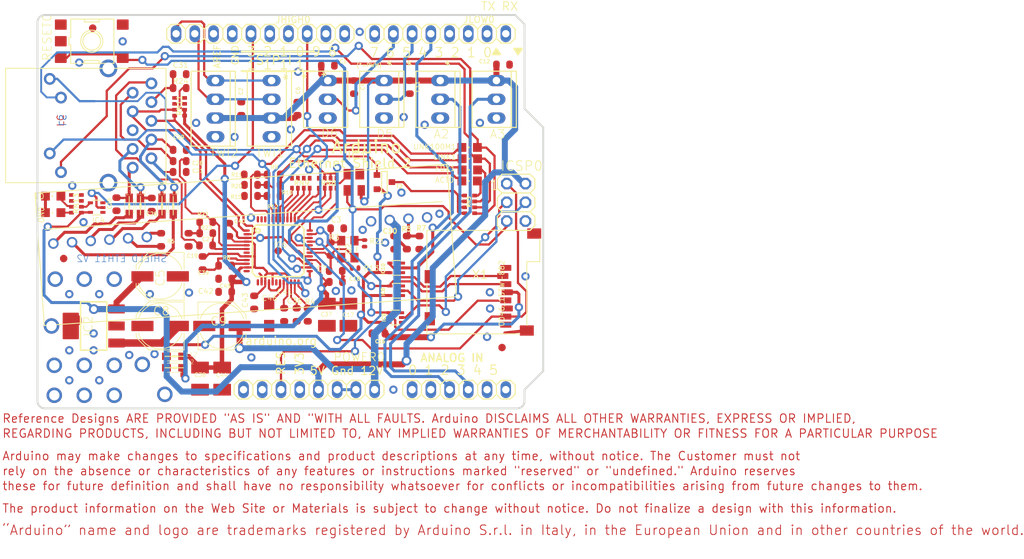
<source format=kicad_pcb>
(kicad_pcb (version 20241229) (generator "pcbnew") (generator_version "9.0")
  (layers (0 "F.Cu" signal) (2 "B.Cu" signal) (13 "F.Paste" user) (15 "B.Paste" user) (5 "F.SilkS" user "F.Silkscreen") (7 "B.SilkS" user "B.Silkscreen") (1 "F.Mask" user) (3 "B.Mask" user) (25 "Edge.Cuts" user))
  (net 0 "")
  (net 1 "+5V")
  (net 2 "GND")
  (net 3 "AREF")
  (net 4 "RESET")
  (net 5 "VIN")
  (net 6 "SCK")
  (net 7 "PD0")
  (net 8 "PD1")
  (net 9 "MISO")
  (net 10 "MOSI")
  (net 11 "+3V3")
  (net 12 "TXOP")
  (net 13 "RXIP")
  (net 14 "RXIN")
  (net 15 "TXON")
  (net 16 "FDXLED")
  (net 17 "LINKLED")
  (net 18 "+3V3A")
  (net 19 "SPDLED")
  (net 20 "PD2")
  (net 21 "INT")
  (net 22 "N$32")
  (net 23 "N$33")
  (net 24 "N$34")
  (net 25 "RESET_W")
  (net 26 "V1+")
  (net 27 "V1-")
  (net 28 "V2+")
  (net 29 "V2-")
  (net 30 "PD3")
  (net 31 "SEN3")
  (net 32 "MOSI3")
  (net 33 "SCK3")
  (net 34 "5-GND")
  (net 35 "1V2O")
  (net 36 "NC")
  (net 37 "IO10*/SS")
  (net 38 "OSC2E2")
  (net 39 "N$9")
  (net 40 "N$24")
  (net 41 "N$30")
  (net 42 "ACT")
  (net 43 "+3V3D")
  (net 44 "N$13")
  (net 45 "N$31")
  (net 46 "N$35")
  (net 47 "N$37")
  (net 48 "PMODE2")
  (net 49 "PMODE1")
  (net 50 "PMODE0")
  (net 51 "N$40")
  (net 52 "N$38")
  (net 53 "N$39")
  (net 54 "N$14")
  (net 55 "N$15")
  (net 56 "N$16")
  (net 57 "3V3_LED")
  (net 58 "N$22")
  (net 59 "N$25")
  (net 60 "N$26")
  (net 61 "N$27")
  (net 62 "N$28")
  (net 63 "N$36")
  (net 64 "D4/SD_CS")
  (net 65 "N$41")
  (net 66 "IO13*")
  (net 67 "N$42")
  (net 68 "N$43")
  (net 69 "N$1")
  (net 70 "N$2")
  (net 71 "N$3")
  (net 72 "N$4")
  (net 73 "A2")
  (net 74 "A3")
  (net 75 "SDA")
  (net 76 "SCL")
  (net 77 "D6")
  (net 78 "D5")
  (footprint "Arduino-Ethernet-Shield2-V2:R0603-ROUND" (layer "F.Cu") (at 166.0017 109.1946 -90)
    (property "Reference" "R7")
    (property "Value" "0R")
  )
  (footprint "Arduino-Ethernet-Shield2-V2:C0603-ROUND" (layer "F.Cu") (at 134.7089 108.8136 90)
    (property "Reference" "C19")
    (property "Value" "10n")
  )
  (footprint "Arduino-Ethernet-Shield2-V2:dummyfp0" (layer "F.Cu") (at 180.2511 96.1136)
    (property "Reference" "UNK_HOLE_0" (hide yes))
    (property "Value" "")
  )
  (footprint "Arduino-Ethernet-Shield2-V2:1X06-TH-PRESSFIT" (layer "F.Cu") (at 171.3611 129.1336)
    (property "Reference" "JANALOG0" (hide yes))
    (property "Value" "FH254-106DF085149V_PRESSFIT")
  )
  (footprint "Arduino-Ethernet-Shield2-V2:dummyfp1" (layer "F.Cu") (at 180.2511 124.0536)
    (property "Reference" "UNK_HOLE_1" (hide yes))
    (property "Value" "")
  )
  (footprint "Arduino-Ethernet-Shield2-V2:R0603-ROUND" (layer "F.Cu") (at 130.9751 108.8136 90)
    (property "Reference" "R6")
    (property "Value" "0R")
  )
  (footprint "Arduino-Ethernet-Shield2-V2:SOT143" (layer "F.Cu") (at 157.1625 101.0158 180)
    (property "Reference" "IC1")
    (property "Value" "CAT811TTBI-CT3")
  )
  (footprint "Arduino-Ethernet-Shield2-V2:SC70-5" (layer "F.Cu") (at 162.8521 115.7224 90)
    (property "Reference" "IC8")
    (property "Value" "SN74LVC1G125DCKR")
  )
  (footprint "Arduino-Ethernet-Shield2-V2:SC70-5" (layer "F.Cu") (at 162.7251 119.3546 90)
    (property "Reference" "IC9")
    (property "Value" "SN74LVC1G125DCKR")
  )
  (footprint "Arduino-Ethernet-Shield2-V2:C0603-ROUND" (layer "F.Cu") (at 164.6809 88.1126 -90)
    (property "Reference" "C11")
    (property "Value" "100n")
  )
  (footprint "Arduino-Ethernet-Shield2-V2:C0603-ROUND" (layer "F.Cu") (at 139.6619 114.0968 180)
    (property "Reference" "C45")
    (property "Value" "100n")
  )
  (footprint "Arduino-Ethernet-Shield2-V2:C0603-ROUND" (layer "F.Cu") (at 136.6139 111.9632 -90)
    (property "Reference" "C39")
    (property "Value" "100n")
  )
  (footprint "Arduino-Ethernet-Shield2-V2:C0603-ROUND" (layer "F.Cu") (at 157.1371 88.1126 -90)
    (property "Reference" "C4")
    (property "Value" "100n")
  )
  (footprint "Arduino-Ethernet-Shield2-V2:C0603-ROUND" (layer "F.Cu") (at 149.4663 91.0336 90)
    (property "Reference" "C6")
    (property "Value" "100n")
  )
  (footprint "Arduino-Ethernet-Shield2-V2:C0603-ROUND" (layer "F.Cu") (at 154.6733 114.5286 180)
    (property "Reference" "C18")
    (property "Value" "100n")
  )
  (footprint "Arduino-Ethernet-Shield2-V2:SMC_B" (layer "F.Cu") (at 136.2583 127.635 -90)
    (property "Reference" "C38")
    (property "Value" "22uF")
  )
  (footprint "Arduino-Ethernet-Shield2-V2:C0603-ROUND" (layer "F.Cu") (at 124.9299 103.9876 90)
    (property "Reference" "C20")
    (property "Value" "10n")
  )
  (footprint "Arduino-Ethernet-Shield2-V2:R0603-ROUND" (layer "F.Cu") (at 143.1671 101.3714)
    (property "Reference" "R20")
    (property "Value" "10k")
  )
  (footprint "Arduino-Ethernet-Shield2-V2:0805" (layer "F.Cu") (at 132.8039 126.1618)
    (property "Reference" "L2")
    (property "Value" "MH2029-300Y")
  )
  (footprint "Arduino-Ethernet-Shield2-V2:10X04MTA" (layer "F.Cu") (at 145.9611 91.0336 -90)
    (property "Reference" "TWI1")
    (property "Value" "Verde TWI")
  )
  (footprint "Arduino-Ethernet-Shield2-V2:C0603-ROUND" (layer "F.Cu") (at 133.4897 99.6188 180)
    (property "Reference" "C21")
    (property "Value" "10n")
  )
  (footprint "Arduino-Ethernet-Shield2-V2:TQFP48-7X7" (layer "F.Cu") (at 146.8501 110.3122)
    (property "Reference" "IC6")
    (property "Value" "0982_W5500")
  )
  (footprint "Arduino-Ethernet-Shield2-V2:0805" (layer "F.Cu") (at 131.1021 104.2416 -90)
    (property "Reference" "L9")
    (property "Value" "MH2029-300Y")
  )
  (footprint "Arduino-Ethernet-Shield2-V2:R0402" (layer "F.Cu") (at 157.2895 112.649 180)
    (property "Reference" "R13")
    (property "Value" "0R")
  )
  (footprint "Arduino-Ethernet-Shield2-V2:PANASONIC_D" (layer "F.Cu") (at 130.8481 120.4976 180)
    (property "Reference" "C8")
    (property "Value" "47u")
  )
  (footprint "Arduino-Ethernet-Shield2-V2:FIDUCIA-MOUNT" (layer "F.Cu") (at 177.2031 123.4186)
    (property "Reference" "FID2" (hide yes))
    (property "Value" "FIDUCIALMOUNT" (hide yes))
  )
  (footprint "Arduino-Ethernet-Shield2-V2:R0603-ROUND" (layer "F.Cu") (at 139.6619 112.3188)
    (property "Reference" "R8")
    (property "Value" "12k4_1%")
  )
  (footprint "Arduino-Ethernet-Shield2-V2:R0603-ROUND" (layer "F.Cu") (at 164.2999 109.1946 90)
    (property "Reference" "R5")
    (property "Value" "0R")
  )
  (footprint "Arduino-Ethernet-Shield2-V2:CHIPLED_0805" (layer "F.Cu") (at 172.8089 96.2914 90)
    (property "Reference" "UNK100M1")
    (property "Value" "Green")
  )
  (footprint "Arduino-Ethernet-Shield2-V2:C0603-ROUND" (layer "F.Cu") (at 160.4391 121.5136 180)
    (property "Reference" "C16")
    (property "Value" "1uF")
  )
  (footprint "Arduino-Ethernet-Shield2-V2:R0603-ROUND" (layer "F.Cu") (at 143.1417 99.9744)
    (property "Reference" "R11")
    (property "Value" "10k")
  )
  (footprint "Arduino-Ethernet-Shield2-V2:C0603-ROUND" (layer "F.Cu") (at 133.4897 86.36 180)
    (property "Reference" "C31")
    (property "Value" "100n")
  )
  (footprint "Arduino-Ethernet-Shield2-V2:C0603-ROUND" (layer "F.Cu") (at 129.7051 104.0384 90)
    (property "Reference" "C26")
    (property "Value" "10n")
  )
  (footprint "Arduino-Ethernet-Shield2-V2:FIDUCIA-MOUNT" (layer "F.Cu") (at 121.7041 80.1116)
    (property "Reference" "FID3" (hide yes))
    (property "Value" "FIDUCIALMOUNT" (hide yes))
  )
  (footprint "Arduino-Ethernet-Shield2-V2:dummyfp3" (layer "F.Cu") (at 128.1811 129.1336)
    (property "Reference" "UNK_HOLE_3" (hide yes))
    (property "Value" "")
  )
  (footprint "Arduino-Ethernet-Shield2-V2:C0603-ROUND" (layer "F.Cu") (at 149.3647 118.9736 90)
    (property "Reference" "C36")
    (property "Value" "10n")
  )
  (footprint "Arduino-Ethernet-Shield2-V2:0805" (layer "F.Cu") (at 128.1811 104.2416 -90)
    (property "Reference" "L10")
    (property "Value" "MH2029-300Y")
  )
  (footprint "Arduino-Ethernet-Shield2-V2:R0603-ROUND" (layer "F.Cu") (at 146.2405 99.9744)
    (property "Reference" "R9")
    (property "Value" "10k")
  )
  (footprint "Arduino-Ethernet-Shield2-V2:0805" (layer "F.Cu") (at 132.8039 124.6124)
    (property "Reference" "L12")
    (property "Value" "MH2029-300Y")
  )
  (footprint "Arduino-Ethernet-Shield2-V2:C0603-ROUND" (layer "F.Cu") (at 140.1953 107.442 90)
    (property "Reference" "C40")
    (property "Value" "100n")
  )
  (footprint "Arduino-Ethernet-Shield2-V2:C0603-ROUND" (layer "F.Cu") (at 139.6619 115.8748 180)
    (property "Reference" "C42")
    (property "Value" "100n")
  )
  (footprint "Arduino-Ethernet-Shield2-V2:10X04MTA" (layer "F.Cu") (at 138.3411 91.0336 -90)
    (property "Reference" "TWI2")
    (property "Value" "Verde TWI")
  )
  (footprint "Arduino-Ethernet-Shield2-V2:dummyfp2" (layer "F.Cu") (at 129.4511 81.0006)
    (property "Reference" "UNK_HOLE_2" (hide yes))
    (property "Value" "")
  )
  (footprint "Arduino-Ethernet-Shield2-V2:TS42" (layer "F.Cu") (at 121.5771 81.8896)
    (property "Reference" "RESET0")
    (property "Value" "")
  )
  (footprint "Arduino-Ethernet-Shield2-V2:CHIPLED_0805" (layer "F.Cu") (at 172.8089 100.838 90)
    (property "Reference" "ACT0")
    (property "Value" "Green")
  )
  (footprint "Arduino-Ethernet-Shield2-V2:C0603-ROUND" (layer "F.Cu") (at 143.5989 117.2972 -90)
    (property "Reference" "C43")
    (property "Value" "100n")
  )
  (footprint "Arduino-Ethernet-Shield2-V2:R0603-ROUND" (layer "F.Cu") (at 153.9621 110.0582 -90)
    (property "Reference" "R3")
    (property "Value" "1M")
  )
  (footprint "Arduino-Ethernet-Shield2-V2:C0603-ROUND" (layer "F.Cu") (at 133.4897 96.6216 180)
    (property "Reference" "C29")
    (property "Value" "10n")
  )
  (footprint "Arduino-Ethernet-Shield2-V2:1X08-TH-PRESSFIT" (layer "F.Cu") (at 168.8211 80.8736 180)
    (property "Reference" "JLOW0")
    (property "Value" "FH254-108DF085149V_PRESSFIT")
  )
  (footprint "Arduino-Ethernet-Shield2-V2:10X03MTA" (layer "F.Cu") (at 168.8211 89.7636 -90)
    (property "Reference" "A2")
    (property "Value" "white IN")
  )
  (footprint "Arduino-Ethernet-Shield2-V2:R0603-ROUND" (layer "F.Cu") (at 146.2151 101.3714)
    (property "Reference" "R10")
    (property "Value" "10k")
  )
  (footprint "Arduino-Ethernet-Shield2-V2:CAY16" (layer "F.Cu") (at 149.9235 101.1428)
    (property "Reference" "RN9")
    (property "Value" "10k")
  )
  (footprint "Arduino-Ethernet-Shield2-V2:0805" (layer "F.Cu") (at 132.6261 104.2416 -90)
    (property "Reference" "L8")
    (property "Value" "MH2029-300Y")
  )
  (footprint "Arduino-Ethernet-Shield2-V2:CAY16" (layer "F.Cu") (at 153.5557 101.1428)
    (property "Reference" "RN8")
    (property "Value" "10k")
  )
  (footprint "Arduino-Ethernet-Shield2-V2:CAY16" (layer "F.Cu") (at 119.4943 103.9368 90)
    (property "Reference" "RN13")
    (property "Value" "1k")
  )
  (footprint "Arduino-Ethernet-Shield2-V2:CHIPLED_0805" (layer "F.Cu") (at 116.3447 102.8954 90)
    (property "Reference" "L0")
    (property "Value" "Green")
  )
  (footprint "Arduino-Ethernet-Shield2-V2:R0603-ROUND" (layer "F.Cu") (at 137.0965 107.9246)
    (property "Reference" "R23")
    (property "Value" "10k")
  )
  (footprint "Arduino-Ethernet-Shield2-V2:PANASONIC_D" (layer "F.Cu") (at 139.2301 120.4976)
    (property "Reference" "C9")
    (property "Value" "47u")
  )
  (footprint "Arduino-Ethernet-Shield2-V2:DISCLAIMER" (layer "F.Cu") (at 109.3851 151.8666)
    (property "Reference" "U$1" (hide yes))
    (property "Value" "DISCLAIMER" (hide yes))
  )
  (footprint "Arduino-Ethernet-Shield2-V2:0805" (layer "F.Cu") (at 126.6571 104.2416 -90)
    (property "Reference" "L7")
    (property "Value" "MH2029-300Y")
  )
  (footprint "Arduino-Ethernet-Shield2-V2:C0603-ROUND" (layer "F.Cu") (at 141.8463 91.0336 90)
    (property "Reference" "C2")
    (property "Value" "100n")
  )
  (footprint "Arduino-Ethernet-Shield2-V2:AG9000" (layer "F.Cu") (at 116.3701 109.3216 4)
    (property "Reference" "ZZ1" (hide yes))
    (property "Value" "AG9612-2BR" (hide yes))
  )
  (footprint "Arduino-Ethernet-Shield2-V2:C0603-ROUND" (layer "F.Cu") (at 147.6629 118.9736 -90)
    (property "Reference" "C41")
    (property "Value" "100n")
  )
  (footprint "Arduino-Ethernet-Shield2-V2:SMC_A" (layer "F.Cu") (at 145.6309 118.9736 -90)
    (property "Reference" "C46")
    (property "Value" "4u7")
  )
  (footprint "Arduino-Ethernet-Shield2-V2:CHIPLED_0805" (layer "F.Cu") (at 172.8343 97.8154 90)
    (property "Reference" "LINK1")
    (property "Value" "Yellow")
  )
  (footprint "Arduino-Ethernet-Shield2-V2:CHIPLED_0805" (layer "F.Cu") (at 116.3447 105.1306 90)
    (property "Reference" "ON0")
    (property "Value" "Green")
  )
  (footprint "Arduino-Ethernet-Shield2-V2:2X03" (layer "F.Cu") (at 179.1081 103.7336 -90)
    (property "Reference" "ICSP0")
    (property "Value" "3x2F-H11")
  )
  (footprint "Arduino-Ethernet-Shield2-V2:1X08-TH-PRESSFIT" (layer "F.Cu") (at 151.0411 129.1336)
    (property "Reference" "POWER0")
    (property "Value" "FH254-108DF085149V_PRESSFIT")
  )
  (footprint "Arduino-Ethernet-Shield2-V2:SMC_B" (layer "F.Cu") (at 153.4541 118.9736 -90)
    (property "Reference" "C37")
    (property "Value" "22uF")
  )
  (footprint "Arduino-Ethernet-Shield2-V2:SOT223" (layer "F.Cu") (at 121.8311 120.4976 90)
    (property "Reference" "IC2")
    (property "Value" "NX1117CE33Z")
  )
  (footprint "Arduino-Ethernet-Shield2-V2:PANASONIC_D" (layer "F.Cu") (at 130.8481 113.7666 180)
    (property "Reference" "C5")
    (property "Value" "47u")
  )
  (footprint "Arduino-Ethernet-Shield2-V2:POE-RJ45" (layer "F.Cu") (at 109.8931 93.3196)
    (property "Reference" "UC1" (hide yes))
    (property "Value" "RB1-125BHQ1A" (hide yes))
  )
  (footprint "Arduino-Ethernet-Shield2-V2:C0603-ROUND" (layer "F.Cu") (at 133.4897 98.1456 180)
    (property "Reference" "C28")
    (property "Value" "10nF")
  )
  (footprint "Arduino-Ethernet-Shield2-V2:CAY16" (layer "F.Cu") (at 172.8089 104.013 -90)
    (property "Reference" "RN3")
    (property "Value" "470R")
  )
  (footprint "Arduino-Ethernet-Shield2-V2:1X10-TH-PRESSFIT" (layer "F.Cu") (at 144.4371 80.8736 180)
    (property "Reference" "JHIGH0")
    (property "Value" "FH254-110DF085149V_PRESSFIT")
  )
  (footprint "Arduino-Ethernet-Shield2-V2:10X03MTA" (layer "F.Cu") (at 153.5811 89.7636 -90)
    (property "Reference" "D6")
    (property "Value" "orange OUT")
  )
  (footprint "Arduino-Ethernet-Shield2-V2:SMC_B" (layer "F.Cu") (at 156.3751 118.9736 -90)
    (property "Reference" "C17")
    (property "Value" "22uF")
  )
  (footprint "Arduino-Ethernet-Shield2-V2:C0603-ROUND" (layer "F.Cu") (at 154.6479 113.03)
    (property "Reference" "C7")
    (property "Value" "10p")
  )
  (footprint "Arduino-Ethernet-Shield2-V2:R0603-ROUND" (layer "F.Cu") (at 150.8633 118.9736 90)
    (property "Reference" "R4")
    (property "Value" "10K")
  )
  (footprint "Arduino-Ethernet-Shield2-V2:C0603-ROUND" (layer "F.Cu") (at 177.3301 85.0646)
    (property "Reference" "C12")
    (property "Value" "100n")
  )
  (footprint "Arduino-Ethernet-Shield2-V2:C0603-ROUND" (layer "F.Cu") (at 154.8511 107.2642)
    (property "Reference" "C3")
    (property "Value" "10p")
  )
  (footprint "Arduino-Ethernet-Shield2-V2:CRYSTAL3.2X2.5" (layer "F.Cu") (at 156.2989 110.0836 -90)
    (property "Reference" "Q2")
    (property "Value" "25MHz KX-7_NM")
  )
  (footprint "Arduino-Ethernet-Shield2-V2:FIDUCIA-MOUNT" (layer "F.Cu") (at 117.7671 111.3536)
    (property "Reference" "FID4" (hide yes))
    (property "Value" "FIDUCIALMOUNT" (hide yes))
  )
  (footprint "Arduino-Ethernet-Shield2-V2:R0603-ROUND" (layer "F.Cu") (at 146.2151 102.87)
    (property "Reference" "R12")
    (property "Value" "10k")
  )
  (footprint "Arduino-Ethernet-Shield2-V2:10X03MTA" (layer "F.Cu") (at 161.2011 89.7636 -90)
    (property "Reference" "D5")
    (property "Value" "orange OUT")
  )
  (footprint "Arduino-Ethernet-Shield2-V2:SDCARD-15TW-8821" (layer "F.Cu") (at 177.7111 112.6236 -90)
    (property "Reference" "X1")
    (property "Value" "0046_15TW-882")
  )
  (footprint "Arduino-Ethernet-Shield2-V2:CAY16" (layer "F.Cu") (at 133.4897 90.7796 90)
    (property "Reference" "RN11")
    (property "Value" "49R9")
  )
  (footprint "Arduino-Ethernet-Shield2-V2:SC70-5" (layer "F.Cu") (at 162.8521 112.6236 90)
    (property "Reference" "IC10")
    (property "Value" "SN74LVC1G125DCKR")
  )
  (footprint "Arduino-Ethernet-Shield2-V2:C0603-ROUND" (layer "F.Cu") (at 137.0711 109.5756 180)
    (property "Reference" "C27")
    (property "Value" "10nF")
  )
  (footprint "Arduino-Ethernet-Shield2-V2:10X03MTA" (layer "F.Cu") (at 176.4411 89.7636 -90)
    (property "Reference" "A3")
    (property "Value" "white IN")
  )
  (footprint "Arduino-Ethernet-Shield2-V2:R0603-ROUND" (layer "F.Cu") (at 143.1671 102.87)
    (property "Reference" "R15")
    (property "Value" "10k")
  )
  (footprint "Arduino-Ethernet-Shield2-V2:SC70-5" (layer "F.Cu") (at 122.2375 104.4448 90)
    (property "Reference" "IC4")
    (property "Value" "SN74LVC1G125DCKR")
  )
  (footprint "Arduino-Ethernet-Shield2-V2:R0603-ROUND" (layer "F.Cu") (at 137.0965 106.4006)
    (property "Reference" "R22")
    (property "Value" "10k")
  )
  (footprint "Arduino-Ethernet-Shield2-V2:R0603-ROUND" (layer "F.Cu") (at 133.4897 88.2396 180)
    (property "Reference" "R24")
    (property "Value" "22R")
  )
  (footprint "Arduino-Ethernet-Shield2-V2:R0402" (layer "F.Cu") (at 158.5595 109.2962 -90)
    (property "Reference" "R21")
    (property "Value" "0R")
  )
  (footprint "Arduino-Ethernet-Shield2-V2:CHIPLED_0805" (layer "F.Cu") (at 172.8343 99.3394 90)
    (property "Reference" "FDX1")
    (property "Value" "Yellow")
  )
  (footprint "Arduino-Ethernet-Shield2-V2:SMC_B" (layer "F.Cu") (at 139.2555 127.635 -90)
    (property "Reference" "C44")
    (property "Value" "22uF")
  )
  (footprint "Arduino-Ethernet-Shield2-V2:C0603-ROUND" (layer "F.Cu") (at 162.5981 109.1946 90)
    (property "Reference" "C10")
    (property "Value" "1uF")
  )
  (footprint "Arduino-Ethernet-Shield2-V2:C0603-ROUND" (layer "F.Cu") (at 153.5811 85.1916)
    (property "Reference" "C1")
    (property "Value" "100n")
  )
  (footprint "Arduino-Ethernet-Shield2-V2:SOT-23" (layer "F.Cu") (at 161.2519 101.0158 90)
    (property "Reference" "T2")
    (property "Value" "PMV48XP")
  )
  (gr_line (start 178.8541 82.9056) (end 179.8701 82.9056) (stroke (width 0.254)) (layer "F.SilkS"))
  (gr_line (start 175.9331 83.6676) (end 176.6951 83.6676) (stroke (width 0.254)) (layer "F.SilkS"))
  (gr_line (start 176.4411 83.4136) (end 176.4411 83.1596) (stroke (width 0.254)) (layer "F.SilkS"))
  (gr_line (start 179.2351 83.1596) (end 179.7431 83.1596) (stroke (width 0.254)) (layer "F.SilkS"))
  (gr_line (start 176.4411 82.9056) (end 175.9331 83.6676) (stroke (width 0.254)) (layer "F.SilkS"))
  (gr_line (start 179.7431 83.1596) (end 179.8701 82.9056) (stroke (width 0.254)) (layer "F.SilkS"))
  (gr_line (start 141.8971 85.9536) (end 151.6761 85.9536) (stroke (width 0.254)) (layer "F.SilkS"))
  (gr_line (start 179.8701 82.9056) (end 179.3621 83.6676) (stroke (width 0.254)) (layer "F.SilkS"))
  (gr_line (start 175.9331 83.6676) (end 176.4411 83.4136) (stroke (width 0.254)) (layer "F.SilkS"))
  (gr_line (start 176.6951 83.6676) (end 176.9491 83.6676) (stroke (width 0.254)) (layer "F.SilkS"))
  (gr_line (start 179.4891 83.1596) (end 179.3621 83.4136) (stroke (width 0.254)) (layer "F.SilkS"))
  (gr_line (start 178.8541 82.9056) (end 179.4891 83.1596) (stroke (width 0.254)) (layer "F.SilkS"))
  (gr_line (start 141.8971 83.2866) (end 151.6761 83.2866) (stroke (width 0.254)) (layer "F.SilkS"))
  (gr_line (start 179.3621 83.4136) (end 179.7431 83.1596) (stroke (width 0.254)) (layer "F.SilkS"))
  (gr_line (start 176.4411 83.1596) (end 176.6951 83.6676) (stroke (width 0.254)) (layer "F.SilkS"))
  (gr_line (start 176.9491 83.6676) (end 176.4411 82.9056) (stroke (width 0.254)) (layer "F.SilkS"))
  (gr_line (start 179.3621 83.6676) (end 178.8541 82.9056) (stroke (width 0.254)) (layer "F.SilkS"))
  (gr_arc (start 114.2111 79.3336) (mid 114.503993 78.626493) (end 115.2111 78.3336) (stroke (width 0.254)) (layer "Edge.Cuts"))
  (gr_line (start 180.2511 79.6036) (end 178.9811 78.3336) (stroke (width 0.254)) (layer "Edge.Cuts"))
  (gr_line (start 114.2111 79.3336) (end 114.2111 130.6736) (stroke (width 0.254)) (layer "Edge.Cuts"))
  (gr_line (start 180.2511 129.1336) (end 182.7911 126.5936) (stroke (width 0.254)) (layer "Edge.Cuts"))
  (gr_arc (start 180.2511 130.6736) (mid 179.958207 131.380707) (end 179.2511 131.6736) (stroke (width 0.254)) (layer "Edge.Cuts"))
  (gr_line (start 182.7911 126.5936) (end 182.7911 93.5736) (stroke (width 0.254)) (layer "Edge.Cuts"))
  (gr_line (start 180.2511 91.0336) (end 180.2511 79.6036) (stroke (width 0.254)) (layer "Edge.Cuts"))
  (gr_line (start 182.7911 93.5736) (end 180.2511 91.0336) (stroke (width 0.254)) (layer "Edge.Cuts"))
  (gr_line (start 115.2111 131.6736) (end 179.2511 131.6736) (stroke (width 0.254)) (layer "Edge.Cuts"))
  (gr_arc (start 115.2111 131.6736) (mid 114.503993 131.380707) (end 114.2111 130.6736) (stroke (width 0.254)) (layer "Edge.Cuts"))
  (gr_line (start 180.2511 130.6736) (end 180.2511 129.1336) (stroke (width 0.254)) (layer "Edge.Cuts"))
  (gr_line (start 178.9811 78.3336) (end 115.2111 78.3336) (stroke (width 0.254)) (layer "Edge.Cuts"))
  (gr_text "LC" (at 117.8941 93.5228 90) (layer "F.Cu") (effects (font (size 0.9144 0.9144) (thickness 0.1016)) (justify left bottom)))
  (gr_text "SHIELD ETH11 V2" (at 131.8387 111.9124 -0) (layer "B.Cu") (effects (font (size 0.93472 0.93472) (thickness 0.08128)) (justify left bottom mirror)))
  (gr_text "LS" (at 117.0559 93.472 -90) (layer "B.Cu") (effects (font (size 0.9144 0.9144) (thickness 0.1016)) (justify left bottom mirror)))
  (gr_text "Arduino" (at 153.9621 97.2058 0) (layer "F.SilkS") (effects (font (size 1.698752 1.698752) (thickness 0.231648)) (justify left bottom)))
  (gr_text "1" (at 175.484633 102.17708 0) (layer "F.SilkS") (effects (font (size 1.288 1.288) (thickness 0.112)) (justify left bottom)))
  (gr_text "RX" (at 177.0761 77.8256 0) (layer "F.SilkS") (effects (font (size 1.143 1.143) (thickness 0.127)) (justify left bottom)))
  (gr_text "TX" (at 174.2821 77.8256 0) (layer "F.SilkS") (effects (font (size 1.143 1.143) (thickness 0.127)) (justify left bottom)))
  (gr_text "*" (at 151.5491 87.2236 90) (layer "F.SilkS") (effects (font (size 1.28016 1.28016) (thickness 0.14224)) (justify left bottom)))
  (gr_text "Ethernet Shield 2" (at 148.1201 99.1616 0) (layer "F.SilkS") (effects (font (size 1.251712 1.251712) (thickness 0.170688)) (justify left bottom)))
  (gr_text "5V Gnd 12V" (at 151.0411 127.2286 0) (layer "F.SilkS") (effects (font (size 1.1176 1.1176) (thickness 0.1524)) (justify left bottom)))
  (gr_text "(*=PWM)" (at 157.3911 85.4456 0) (layer "F.SilkS") (effects (font (size 0.51816 0.51816) (thickness 0.09144)) (justify left bottom)))
  (gr_text "3V3" (at 150.4061 127.2286 90) (layer "F.SilkS") (effects (font (size 1.1176 1.1176) (thickness 0.1524)) (justify left bottom)))
  (gr_text "arduino.org" (at 142.2999 123.1788 0) (layer "F.SilkS") (effects (font (size 1.143 1.143) (thickness 0.127)) (justify left bottom)))
  (gr_text "3 2 1 0 9 8" (at 142.5321 84.0486 0) (layer "F.SilkS") (effects (font (size 1.28016 1.28016) (thickness 0.14224)) (justify left bottom)))
  (gr_text "*" (at 170.9801 85.4456 90) (layer "F.SilkS") (effects (font (size 1.28016 1.28016) (thickness 0.14224)) (justify left bottom)))
  (gr_text "*" (at 165.7731 85.4456 90) (layer "F.SilkS") (effects (font (size 1.28016 1.28016) (thickness 0.14224)) (justify left bottom)))
  (gr_text "*" (at 149.0091 87.3506 90) (layer "F.SilkS") (effects (font (size 1.28016 1.28016) (thickness 0.14224)) (justify left bottom)))
  (gr_text "1 1 1 1  " (at 142.5321 85.8266 0) (layer "F.SilkS") (effects (font (size 1.28016 1.28016) (thickness 0.14224)) (justify left bottom)))
  (gr_text "*" (at 163.1061 85.4456 90) (layer "F.SilkS") (effects (font (size 1.28016 1.28016) (thickness 0.14224)) (justify left bottom)))
  (gr_text "7 6 5 4 3 2 1 0" (at 159.1691 84.1756 0) (layer "F.SilkS") (effects (font (size 1.28016 1.28016) (thickness 0.14224)) (justify left bottom)))
  (gr_text "*" (at 154.2161 86.9696 90) (layer "F.SilkS") (effects (font (size 1.28016 1.28016) (thickness 0.14224)) (justify left bottom)))
  (gr_text "GND" (at 141.561313 85.219959 90) (layer "F.SilkS") (effects (font (size 0.89408 0.89408) (thickness 0.12192)) (justify left bottom)))
  (gr_text "ANALOG IN" (at 166.0271 125.4506 0) (layer "F.SilkS") (effects (font (size 1.0795 1.0795) (thickness 0.1905)) (justify left bottom)))
  (gr_text "0 1 2 3 4 5" (at 164.3761 127.2286 0) (layer "F.SilkS") (effects (font (size 1.28016 1.28016) (thickness 0.14224)) (justify left bottom)))
  (gr_text "RES" (at 147.8661 127.2286 90) (layer "F.SilkS") (effects (font (size 1.1176 1.1176) (thickness 0.1524)) (justify left bottom)))
  (gr_text "AREF" (at 139.103913 85.667862 90) (layer "F.SilkS") (effects (font (size 0.89408 0.89408) (thickness 0.12192)) (justify left bottom)))
  (gr_text "S P I" (at 143.6751 85.1916 0) (layer "F.SilkS") (effects (font (size 1.251712 1.251712) (thickness 0.170688)) (justify left bottom)))
  (segment (start 158.1125 103.185) (end 158.5341 103.6066) (width 0.4064) (layer "F.Cu") (net 1))
  (segment (start 120.1693 105.1368) (end 120.1739 105.1368) (width 0.3048) (layer "F.Cu") (net 1))
  (segment (start 152.3111 129.1336) (end 152.3111 126.5936) (width 0.8128) (layer "F.Cu") (net 1))
  (segment (start 152.6921 85.1916) (end 152.6921 86.3346) (width 0.8128) (layer "F.Cu") (net 1))
  (segment (start 141.4653 92.3036) (end 138.3411 92.3036) (width 0.8128) (layer "F.Cu") (net 1))
  (segment (start 164.6809 87.2236) (end 161.2011 87.2236) (width 0.8128) (layer "F.Cu") (net 1))
  (segment (start 149.4663 91.9226) (end 149.0853 92.3036) (width 0.8128) (layer "F.Cu") (net 1))
  (segment (start 161.2011 87.2236) (end 157.1371 87.2236) (width 0.8128) (layer "F.Cu") (net 1))
  (segment (start 157.1371 87.2236) (end 153.5811 87.2236) (width 0.8128) (layer "F.Cu") (net 1))
  (segment (start 118.2751 107.0356) (end 115.6081 107.0356) (width 0.3048) (layer "F.Cu") (net 1))
  (segment (start 124.9045 118.2116) (end 124.9299 118.1862) (width 0.8128) (layer "F.Cu") (net 1))
  (segment (start 120.1693 105.1414) (end 118.2751 107.0356) (width 0.3048) (layer "F.Cu") (net 1))
  (segment (start 120.2159 105.0948) (end 121.3875 105.0948) (width 0.3048) (layer "F.Cu") (net 1))
  (segment (start 149.0853 92.3036) (end 145.9611 92.3036) (width 0.8128) (layer "F.Cu") (net 1))
  (segment (start 153.2001 125.7046) (end 163.7411 125.7046) (width 0.8128) (layer "F.Cu") (net 1))
  (segment (start 121.2185 105.1368) (end 121.3875 105.0948) (width 0.254) (layer "F.Cu") (net 1))
  (segment (start 163.7411 125.7046) (end 164.2491 125.1966) (width 0.8128) (layer "F.Cu") (net 1))
  (segment (start 141.8463 91.9226) (end 141.4653 92.3036) (width 0.8128) (layer "F.Cu") (net 1))
  (segment (start 152.3111 126.5936) (end 153.2001 125.7046) (width 0.8128) (layer "F.Cu") (net 1))
  (segment (start 121.8565 118.2116) (end 124.9045 118.2116) (width 0.8128) (layer "F.Cu") (net 1))
  (segment (start 158.1125 102.1158) (end 158.1125 103.185) (width 0.4064) (layer "F.Cu") (net 1))
  (segment (start 168.8211 87.2236) (end 164.6809 87.2236) (width 0.8128) (layer "F.Cu") (net 1))
  (segment (start 124.9299 117.2848) (end 124.9299 118.1862) (width 0.8128) (layer "F.Cu") (net 1))
  (segment (start 176.4411 85.0646) (end 176.4411 87.2236) (width 0.8128) (layer "F.Cu") (net 1))
  (segment (start 120.1693 105.1368) (end 120.1693 105.1414) (width 0.3048) (layer "F.Cu") (net 1))
  (segment (start 128.4481 113.7666) (end 124.9299 117.2848) (width 0.8128) (layer "F.Cu") (net 1))
  (segment (start 120.1739 105.1368) (end 120.2159 105.0948) (width 0.3048) (layer "F.Cu") (net 1))
  (segment (start 152.6921 86.3346) (end 153.5811 87.2236) (width 0.8128) (layer "F.Cu") (net 1))
  (via (at 164.2491 125.1966) (size 1.3208) (drill 0.8128) (layers "F.Cu" "B.Cu") (net 1))
  (via (at 158.5341 103.6066) (size 1.1176) (drill 0.6096) (layers "F.Cu" "B.Cu") (net 1))
  (via (at 121.8565 118.2116) (size 1.3208) (drill 0.8128) (layers "F.Cu" "B.Cu") (net 1))
  (via (at 115.6081 107.0356) (size 1.1176) (drill 0.6096) (layers "F.Cu" "B.Cu") (net 1))
  (segment (start 174.9171 100.9396) (end 176.1871 99.6696) (width 0.8128) (layer "B.Cu") (net 1))
  (segment (start 178.9811 88.1126) (end 178.9811 93.8276) (width 0.8128) (layer "B.Cu") (net 1))
  (segment (start 121.8565 118.2116) (end 130.7211 118.2116) (width 0.8128) (layer "B.Cu") (net 1))
  (segment (start 180.1241 101.1936) (end 180.3781 101.1936) (width 0.8128) (layer "B.Cu") (net 1))
  (segment (start 167.8051 112.6236) (end 174.9171 105.5116) (width 0.8128) (layer "B.Cu") (net 1))
  (segment (start 115.1001 116.3066) (end 116.1161 117.3226) (width 0.4064) (layer "B.Cu") (net 1))
  (segment (start 159.0421 87.8586) (end 159.0421 103.0986) (width 0.3048) (layer "B.Cu") (net 1))
  (segment (start 153.5811 87.2236) (end 152.6921 87.2236) (width 0.8128) (layer "B.Cu") (net 1))
  (segment (start 141.7701 126.0856) (end 151.2951 126.0856) (width 0.8128) (layer "B.Cu") (net 1))
  (segment (start 115.1001 107.5436) (end 115.1001 116.3066) (width 0.4064) (layer "B.Cu") (net 1))
  (segment (start 177.5841 99.4156) (end 177.8381 99.6696) (width 0.4064) (layer "B.Cu") (net 1))
  (segment (start 164.2491 122.9106) (end 167.8051 119.2276) (width 0.8128) (layer "B.Cu") (net 1))
  (segment (start 145.9611 92.3036) (end 138.3411 92.3036) (width 0.8128) (layer "B.Cu") (net 1))
  (segment (start 115.6081 107.0356) (end 115.1001 107.5436) (width 0.4064) (layer "B.Cu") (net 1))
  (segment (start 116.1161 117.3226) (end 120.9675 117.3226) (width 0.4064) (layer "B.Cu") (net 1))
  (segment (start 177.5841 95.2246) (end 177.5841 99.4156) (width 0.8128) (layer "B.Cu") (net 1))
  (segment (start 176.4411 87.2236) (end 178.0921 87.2236) (width 0.8128) (layer "B.Cu") (net 1))
  (segment (start 176.4411 87.2236) (end 168.8211 87.2236) (width 0.8128) (layer "B.Cu") (net 1))
  (segment (start 167.8051 119.2276) (end 167.8051 112.6236) (width 0.8128) (layer "B.Cu") (net 1))
  (segment (start 120.9675 117.3226) (end 121.8565 118.2116) (width 0.4064) (layer "B.Cu") (net 1))
  (segment (start 178.0921 87.2236) (end 178.9811 88.1126) (width 0.8128) (layer "B.Cu") (net 1))
  (segment (start 131.7371 127.3556) (end 133.7691 129.3876) (width 0.8128) (layer "B.Cu") (net 1))
  (segment (start 177.8381 99.6696) (end 178.6001 99.6696) (width 0.8128) (layer "B.Cu") (net 1))
  (segment (start 164.2491 125.1966) (end 164.2491 122.9106) (width 0.8128) (layer "B.Cu") (net 1))
  (segment (start 178.6001 99.6696) (end 180.1241 101.1936) (width 0.8128) (layer "B.Cu") (net 1))
  (segment (start 174.9171 105.5116) (end 174.9171 100.9396) (width 0.8128) (layer "B.Cu") (net 1))
  (segment (start 147.6121 92.3036) (end 145.9611 92.3036) (width 0.8128) (layer "B.Cu") (net 1))
  (segment (start 178.9811 93.8276) (end 177.5841 95.2246) (width 0.8128) (layer "B.Cu") (net 1))
  (segment (start 130.7211 118.2116) (end 131.7371 119.2276) (width 0.8128) (layer "B.Cu") (net 1))
  (segment (start 138.4681 129.3876) (end 141.7701 126.0856) (width 0.8128) (layer "B.Cu") (net 1))
  (segment (start 152.6921 87.2236) (end 147.6121 92.3036) (width 0.8128) (layer "B.Cu") (net 1))
  (segment (start 176.1871 99.6696) (end 177.8381 99.6696) (width 0.8128) (layer "B.Cu") (net 1))
  (segment (start 131.7371 119.2276) (end 131.7371 127.3556) (width 0.8128) (layer "B.Cu") (net 1))
  (segment (start 151.2951 126.0856) (end 152.3111 127.1016) (width 0.8128) (layer "B.Cu") (net 1))
  (segment (start 159.6771 87.2236) (end 159.0421 87.8586) (width 0.3048) (layer "B.Cu") (net 1))
  (segment (start 161.2011 87.2236) (end 159.6771 87.2236) (width 0.3048) (layer "B.Cu") (net 1))
  (segment (start 133.7691 129.3876) (end 138.4681 129.3876) (width 0.8128) (layer "B.Cu") (net 1))
  (segment (start 152.3111 127.1016) (end 152.3111 129.1336) (width 0.8128) (layer "B.Cu") (net 1))
  (segment (start 159.0421 103.0986) (end 158.5341 103.6066) (width 0.3048) (layer "B.Cu") (net 1))
  (segment (start 146.5961 115.6716) (end 145.8741 115.6716) (width 0.3048) (layer "F.Cu") (net 2))
  (segment (start 155.5369 114.0206) (end 155.5369 114.5032) (width 0.3048) (layer "F.Cu") (net 2))
  (segment (start 136.6393 112.8776) (end 136.6139 112.8522) (width 0.3048) (layer "F.Cu") (net 2))
  (segment (start 142.5751 108.5622) (end 141.522378 108.5622) (width 0.3048) (layer "F.Cu") (net 2))
  (segment (start 144.525706 113.601207) (end 144.3101 113.3856) (width 0.3048) (layer "F.Cu") (net 2))
  (segment (start 132.4991 120.4976) (end 133.2481 120.4976) (width 1.016) (layer "F.Cu") (net 2))
  (segment (start 142.5725 108.5596) (end 145.19549 108.5596) (width 0.3048) (layer "F.Cu") (net 2))
  (segment (start 177.5841 121.4386) (end 180.5611 121.1136) (width 0.4064) (layer "F.Cu") (net 2))
  (segment (start 147.1001 115.1676) (end 146.5961 115.6716) (width 0.3048) (layer "F.Cu") (net 2))
  (segment (start 149.3901 110.4646) (end 147.3581 108.4326) (width 0.3048) (layer "F.Cu") (net 2))
  (segment (start 133.0071 120.8786) (end 133.0071 120.7386) (width 1.016) (layer "F.Cu") (net 2))
  (segment (start 142.5751 111.5622) (end 141.3437 111.5622) (width 0.254) (layer "F.Cu") (net 2))
  (segment (start 151.1251 111.0622) (end 150.3687 111.0622) (width 0.3048) (layer "F.Cu") (net 2))
  (segment (start 141.2621 107.7976) (end 141.2621 108.3056) (width 0.3048) (layer "F.Cu") (net 2))
  (segment (start 155.7909 113.7666) (end 155.5369 114.0206) (width 0.3048) (layer "F.Cu") (net 2))
  (segment (start 131.0767 122.809) (end 133.0071 120.8786) (width 1.016) (layer "F.Cu") (net 2))
  (segment (start 145.6001 114.5872) (end 145.6001 115.3976) (width 0.3048) (layer "F.Cu") (net 2))
  (segment (start 140.1953 106.553) (end 140.1953 106.7308) (width 0.3048) (layer "F.Cu") (net 2))
  (segment (start 141.2621 111.4806) (end 141.1351 111.3536) (width 0.3048) (layer "F.Cu") (net 2))
  (segment (start 138.7221 111.3536) (end 138.7221 112.268) (width 0.3048) (layer "F.Cu") (net 2))
  (segment (start 140.1953 106.7308) (end 141.2621 107.7976) (width 0.3048) (layer "F.Cu") (net 2))
  (segment (start 144.6001 114.5872) (end 144.6001 113.78081) (width 0.3048) (layer "F.Cu") (net 2))
  (segment (start 141.3437 111.5622) (end 141.2621 111.4806) (width 0.254) (layer "F.Cu") (net 2))
  (segment (start 138.7221 112.268) (end 138.7221 112.3696) (width 0.3048) (layer "F.Cu") (net 2))
  (segment (start 115.2947 105.1306) (end 115.2947 102.8954) (width 0.4064) (layer "F.Cu") (net 2))
  (segment (start 141.3891 108.4326) (end 141.5161 108.5596) (width 0.254) (layer "F.Cu") (net 2))
  (segment (start 155.5369 114.5032) (end 155.5623 114.5286) (width 0.3048) (layer "F.Cu") (net 2))
  (segment (start 149.6441 110.3376) (end 149.3901 110.4646) (width 0.3048) (layer "F.Cu") (net 2))
  (segment (start 133.2611 120.5106) (end 133.2481 120.4976) (width 1.016) (layer "F.Cu") (net 2))
  (segment (start 124.9299 122.809) (end 131.0767 122.809) (width 1.016) (layer "F.Cu") (net 2))
  (segment (start 147.3581 108.4326) (end 144.4117 108.5596) (width 0.3048) (layer "F.Cu") (net 2))
  (segment (start 138.7221 112.268) (end 138.7729 112.3188) (width 0.3048) (layer "F.Cu") (net 2))
  (segment (start 141.2621 108.3056) (end 141.3891 108.4326) (width 0.3048) (layer "F.Cu") (net 2))
  (segment (start 138.7221 112.3696) (end 138.2141 112.8776) (width 0.3048) (layer "F.Cu") (net 2))
  (segment (start 133.0071 120.7386) (end 133.2481 120.4976) (width 1.016) (layer "F.Cu") (net 2))
  (segment (start 142.5725 108.5596) (end 142.5751 108.5622) (width 0.254) (layer "F.Cu") (net 2))
  (segment (start 141.1351 111.3536) (end 138.7221 111.3536) (width 0.3048) (layer "F.Cu") (net 2))
  (segment (start 155.5369 113.03) (end 155.5369 114.0206) (width 0.3048) (layer "F.Cu") (net 2))
  (segment (start 145.375093 108.485207) (end 144.4117 108.5596) (width 0.3048) (layer "F.Cu") (net 2))
  (segment (start 147.1001 114.5872) (end 147.1001 115.1676) (width 0.3048) (layer "F.Cu") (net 2))
  (segment (start 138.2141 112.8776) (end 136.6393 112.8776) (width 0.3048) (layer "F.Cu") (net 2))
  (segment (start 150.3687 111.0622) (end 149.6441 110.3376) (width 0.3048) (layer "F.Cu") (net 2))
  (segment (start 145.8741 115.6716) (end 145.6001 115.3976) (width 0.3048) (layer "F.Cu") (net 2))
  (via (at 166.7129 93.218) (size 1.1176) (drill 0.6096) (layers "F.Cu" "B.Cu") (net 2))
  (via (at 175.1711 121.9708) (size 1.1176) (drill 0.6096) (layers "F.Cu" "B.Cu") (net 2))
  (via (at 180.3781 113.7666) (size 1.1176) (drill 0.6096) (layers "F.Cu" "B.Cu") (net 2))
  (via (at 119.8753 84.7852) (size 1.1176) (drill 0.6096) (layers "F.Cu" "B.Cu") (net 2))
  (via (at 148.5519 93.853) (size 1.1176) (drill 0.6096) (layers "F.Cu" "B.Cu") (net 2))
  (via (at 125.7681 81.915) (size 1.1176) (drill 0.6096) (layers "F.Cu" "B.Cu") (net 2))
  (via (at 158.3055 107.4674) (size 1.1176) (drill 0.6096) (layers "F.Cu" "B.Cu") (net 2))
  (via (at 161.3535 109.1946) (size 1.1176) (drill 0.6096) (layers "F.Cu" "B.Cu") (net 2))
  (via (at 143.2179 124.7648) (size 1.1176) (drill 0.6096) (layers "F.Cu" "B.Cu") (net 2))
  (via (at 151.0411 99.2886) (size 1.1176) (drill 0.6096) (layers "F.Cu" "B.Cu") (net 2))
  (via (at 140.9319 94.869) (size 1.1176) (drill 0.6096) (layers "F.Cu" "B.Cu") (net 2))
  (via (at 174.2059 92.964) (size 1.1176) (drill 0.6096) (layers "F.Cu" "B.Cu") (net 2))
  (via (at 120.4595 106.426) (size 1.1176) (drill 0.6096) (layers "F.Cu" "B.Cu") (net 2))
  (via (at 175.5775 118.1354) (size 1.1176) (drill 0.6096) (layers "F.Cu" "B.Cu") (net 2))
  (via (at 144.4117 108.5596) (size 1.1176) (drill 0.6096) (layers "F.Cu" "B.Cu") (net 2))
  (via (at 118.9355 101.473) (size 1.1176) (drill 0.6096) (layers "F.Cu" "B.Cu") (net 2))
  (via (at 135.7249 92.964) (size 1.1176) (drill 0.6096) (layers "F.Cu" "B.Cu") (net 2))
  (via (at 143.1671 105.8164) (size 1.1176) (drill 0.6096) (layers "F.Cu" "B.Cu") (net 2))
  (via (at 149.5425 86.0298) (size 1.1176) (drill 0.6096) (layers "F.Cu" "B.Cu") (net 2))
  (via (at 154.6733 115.7478) (size 1.1176) (drill 0.6096) (layers "F.Cu" "B.Cu") (net 2))
  (via (at 157.8991 80.6196) (size 1.1176) (drill 0.6096) (layers "F.Cu" "B.Cu") (net 2))
  (via (at 163.8681 92.1766) (size 1.1176) (drill 0.6096) (layers "F.Cu" "B.Cu") (net 2))
  (via (at 156.7815 115.6716) (size 1.1176) (drill 0.6096) (layers "F.Cu" "B.Cu") (net 2))
  (via (at 162.4711 129.1336) (size 1.1176) (drill 0.6096) (layers "F.Cu" "B.Cu") (net 2))
  (via (at 134.7597 115.9764) (size 1.1176) (drill 0.6096) (layers "F.Cu" "B.Cu") (net 2))
  (via (at 163.5633 102.4128) (size 1.1176) (drill 0.6096) (layers "F.Cu" "B.Cu") (net 2))
  (via (at 168.7195 105.283) (size 1.1176) (drill 0.6096) (layers "F.Cu" "B.Cu") (net 2))
  (via (at 175.5521 115.9256) (size 1.1176) (drill 0.6096) (layers "F.Cu" "B.Cu") (net 2))
  (arc (start 145.19549 108.5596) (mid 145.29269 108.540266) (end 145.375093 108.485207) (width 0.3048) (layer "F.Cu") (net 2))
  (arc (start 144.6001 113.78081) (mid 144.580765 113.68361) (end 144.525706 113.601207) (width 0.3048) (layer "F.Cu") (net 2))
  (arc (start 141.522378 108.5622) (mid 141.51898 108.561525) (end 141.5161 108.5596) (width 0.3048) (layer "F.Cu") (net 2))
  (segment (start 154.8511 129.1336) (end 157.3911 129.1336) (width 0.4064) (layer "B.Cu") (net 2))
  (segment (start 138.0871 80.8736) (end 138.2141 80.7466) (width 0.3048) (layer "B.Cu") (net 3))
  (segment (start 138.0871 80.4926) (end 138.2141 80.3656) (width 0.3048) (layer "B.Cu") (net 3))
  (segment (start 138.0871 80.8736) (end 138.0871 80.4926) (width 0.3048) (layer "B.Cu") (net 3))
  (segment (start 138.2141 80.7466) (end 138.2141 80.3656) (width 0.3048) (layer "B.Cu") (net 3))
  (segment (start 126.0671 84.4296) (end 125.7771 84.1396) (width 0.3048) (layer "F.Cu") (net 4))
  (segment (start 161.2011 104.2416) (end 169.2021 104.2416) (width 0.3048) (layer "F.Cu") (net 4))
  (segment (start 147.2311 124.4092) (end 147.2311 129.1336) (width 0.3048) (layer "F.Cu") (net 4))
  (segment (start 118.6561 83.6676) (end 125.0511 83.6676) (width 0.3048) (layer "F.Cu") (net 4))
  (segment (start 156.9466 104.6861) (end 156.2125 103.698) (width 0.3048) (layer "F.Cu") (net 4))
  (segment (start 147.2311 124.4092) (end 147.7137 123.9266) (width 0.3048) (layer "F.Cu") (net 4))
  (segment (start 169.9641 105.7656) (end 169.9641 105.0036) (width 0.3048) (layer "F.Cu") (net 4))
  (segment (start 156.2125 103.698) (end 156.2125 102.1158) (width 0.3048) (layer "F.Cu") (net 4))
  (segment (start 128.4351 84.4296) (end 126.0671 84.4296) (width 0.3048) (layer "F.Cu") (net 4))
  (segment (start 177.8381 106.2736) (end 177.8381 107.0356) (width 0.3048) (layer "F.Cu") (net 4))
  (segment (start 147.7137 123.9266) (end 157.2641 123.9266) (width 0.3048) (layer "F.Cu") (net 4))
  (segment (start 175.4251 109.4486) (end 173.6471 109.4486) (width 0.3048) (layer "F.Cu") (net 4))
  (segment (start 177.8381 107.0356) (end 175.4251 109.4486) (width 0.3048) (layer "F.Cu") (net 4))
  (segment (start 118.1841 84.1396) (end 118.6561 83.6676) (width 0.3048) (layer "F.Cu") (net 4))
  (segment (start 160.7566 104.6861) (end 161.2011 104.2416) (width 0.3048) (layer "F.Cu") (net 4))
  (segment (start 125.0511 83.6676) (end 125.7771 84.1396) (width 0.3048) (layer "F.Cu") (net 4))
  (segment (start 156.9466 104.6861) (end 160.7566 104.6861) (width 0.3048) (layer "F.Cu") (net 4))
  (segment (start 173.6471 109.4486) (end 169.9641 105.7656) (width 0.3048) (layer "F.Cu") (net 4))
  (segment (start 169.2021 104.2416) (end 169.9641 105.0036) (width 0.3048) (layer "F.Cu") (net 4))
  (segment (start 117.3771 84.1396) (end 118.1841 84.1396) (width 0.3048) (layer "F.Cu") (net 4))
  (via (at 157.2641 123.9266) (size 1.1176) (drill 0.6096) (layers "F.Cu" "B.Cu") (net 4))
  (via (at 128.4351 84.4296) (size 1.1176) (drill 0.6096) (layers "F.Cu" "B.Cu") (net 4))
  (via (at 156.9466 104.6861) (size 1.1176) (drill 0.6096) (layers "F.Cu" "B.Cu") (net 4))
  (segment (start 156.9466 110.6551) (end 160.6931 114.4016) (width 0.3048) (layer "B.Cu") (net 4))
  (segment (start 154.8511 84.5566) (end 132.3721 84.5566) (width 0.3048) (layer "B.Cu") (net 4))
  (segment (start 157.2641 122.5296) (end 157.2641 123.9266) (width 0.3048) (layer "B.Cu") (net 4))
  (segment (start 160.6931 119.1006) (end 157.2641 122.5296) (width 0.3048) (layer "B.Cu") (net 4))
  (segment (start 131.8641 85.0646) (end 129.0701 85.0646) (width 0.3048) (layer "B.Cu") (net 4))
  (segment (start 132.3721 84.5566) (end 131.8641 85.0646) (width 0.3048) (layer "B.Cu") (net 4))
  (segment (start 156.9466 104.6861) (end 156.9466 110.6551) (width 0.3048) (layer "B.Cu") (net 4))
  (segment (start 155.8671 85.5726) (end 155.8671 97.8916) (width 0.4064) (layer "B.Cu") (net 4))
  (segment (start 156.8831 104.6226) (end 156.9466 104.6861) (width 0.4064) (layer "B.Cu") (net 4))
  (segment (start 129.0701 85.0646) (end 128.4351 84.4296) (width 0.3048) (layer "B.Cu") (net 4))
  (segment (start 160.6931 114.4016) (end 160.6931 119.1006) (width 0.3048) (layer "B.Cu") (net 4))
  (segment (start 155.8671 97.8916) (end 156.8831 98.9076) (width 0.4064) (layer "B.Cu") (net 4))
  (segment (start 154.8511 84.5566) (end 155.8671 85.5726) (width 0.4064) (layer "B.Cu") (net 4))
  (segment (start 156.8831 98.9076) (end 156.8831 104.6226) (width 0.4064) (layer "B.Cu") (net 4))
  (segment (start 162.5981 106.751707) (end 161.978728 106.132335) (width 0.4064) (layer "F.Cu") (net 5))
  (segment (start 141.6177 120.51) (end 141.6301 120.4976) (width 0.8128) (layer "F.Cu") (net 5))
  (segment (start 164.2999 110.0074) (end 162.5981 108.3056) (width 0.4064) (layer "F.Cu") (net 5))
  (segment (start 141.6177 123.5202) (end 141.6177 120.51) (width 0.8128) (layer "F.Cu") (net 5))
  (segment (start 164.2999 110.0836) (end 164.2999 110.0074) (width 0.4064) (layer "F.Cu") (net 5))
  (segment (start 162.5981 108.3056) (end 162.5981 106.751707) (width 0.4064) (layer "F.Cu") (net 5))
  (via (at 141.6177 123.5202) (size 1.3208) (drill 0.8128) (layers "F.Cu" "B.Cu") (net 5))
  (segment (start 151.5237 123.5202) (end 154.3431 126.3396) (width 0.8128) (layer "B.Cu") (net 5))
  (segment (start 154.3431 126.3396) (end 159.8041 126.3396) (width 0.8128) (layer "B.Cu") (net 5))
  (segment (start 159.9311 129.1336) (end 159.9311 126.2126) (width 1.016) (layer "B.Cu") (net 5))
  (segment (start 161.978728 106.132335) (end 162.9791 107.132707) (width 1.016) (layer "B.Cu") (net 5))
  (segment (start 162.9791 118.4656) (end 159.9311 121.5136) (width 1.016) (layer "B.Cu") (net 5))
  (segment (start 162.9791 107.132707) (end 162.9791 118.4656) (width 1.016) (layer "B.Cu") (net 5))
  (segment (start 159.9311 126.2126) (end 159.9311 121.5136) (width 1.016) (layer "B.Cu") (net 5))
  (segment (start 141.6177 123.5202) (end 151.5237 123.5202) (width 0.8128) (layer "B.Cu") (net 5))
  (segment (start 159.8041 126.3396) (end 159.9311 126.2126) (width 0.8128) (layer "B.Cu") (net 5))
  (segment (start 163.5751 119.3546) (end 164.1221 119.3546) (width 0.3048) (layer "F.Cu") (net 6))
  (segment (start 176.4411 106.934) (end 174.9171 108.458) (width 0.3048) (layer "F.Cu") (net 6))
  (segment (start 168.6941 117.7036) (end 169.5831 118.5926) (width 0.3048) (layer "F.Cu") (net 6))
  (segment (start 176.8221 105.5116) (end 176.4411 105.8926) (width 0.3048) (layer "F.Cu") (net 6))
  (segment (start 177.7111 103.7336) (end 176.8221 104.6226) (width 0.3048) (layer "F.Cu") (net 6))
  (segment (start 177.8381 103.7336) (end 177.7111 103.7336) (width 0.3048) (layer "F.Cu") (net 6))
  (segment (start 165.7731 117.7036) (end 168.6941 117.7036) (width 0.3048) (layer "F.Cu") (net 6))
  (segment (start 176.8221 104.6226) (end 176.8221 105.5116) (width 0.3048) (layer "F.Cu") (net 6))
  (segment (start 164.1221 119.3546) (end 165.7731 117.7036) (width 0.3048) (layer "F.Cu") (net 6))
  (segment (start 176.4411 105.8926) (end 176.4411 106.934) (width 0.3048) (layer "F.Cu") (net 6))
  (via (at 174.9171 108.458) (size 1.1176) (drill 0.6096) (layers "F.Cu" "B.Cu") (net 6))
  (via (at 169.5831 118.5926) (size 1.1176) (drill 0.6096) (layers "F.Cu" "B.Cu") (net 6))
  (segment (start 169.5831 113.792) (end 174.9171 108.458) (width 0.3048) (layer "B.Cu") (net 6))
  (segment (start 169.5831 113.792) (end 169.5831 118.5926) (width 0.3048) (layer "B.Cu") (net 6))
  (segment (start 177.2071 119.2276) (end 177.2031 119.2236) (width 0.3048) (layer "F.Cu") (net 9))
  (segment (start 180.5051 115.7986) (end 180.5051 118.5926) (width 0.3048) (layer "F.Cu") (net 9))
  (segment (start 179.3621 114.6556) (end 179.3621 107.6706) (width 0.3048) (layer "F.Cu") (net 9))
  (segment (start 158.2801 122.4026) (end 159.4231 123.5456) (width 0.3048) (layer "F.Cu") (net 9))
  (segment (start 179.1081 102.4636) (end 177.8381 101.1936) (width 0.3048) (layer "F.Cu") (net 9))
  (segment (start 179.3621 107.6706) (end 179.1081 107.4166) (width 0.3048) (layer "F.Cu") (net 9))
  (segment (start 175.8061 119.2276) (end 177.1991 119.2276) (width 0.3048) (layer "F.Cu") (net 9))
  (segment (start 179.3621 114.6556) (end 180.5051 115.7986) (width 0.3048) (layer "F.Cu") (net 9))
  (segment (start 171.4881 123.5456) (end 175.8061 119.2276) (width 0.3048) (layer "F.Cu") (net 9))
  (segment (start 179.1081 107.4166) (end 179.1081 102.4636) (width 0.3048) (layer "F.Cu") (net 9))
  (segment (start 177.1991 119.2276) (end 177.2031 119.2236) (width 0.3048) (layer "F.Cu") (net 9))
  (segment (start 151.1225 108.5596) (end 149.6441 108.5596) (width 0.254) (layer "F.Cu") (net 9))
  (segment (start 179.8741 119.2236) (end 177.7111 119.2236) (width 0.3048) (layer "F.Cu") (net 9))
  (segment (start 154.8511 122.4026) (end 158.2801 122.4026) (width 0.3048) (layer "F.Cu") (net 9))
  (segment (start 177.2031 119.2236) (end 177.7111 119.2236) (width 0.3048) (layer "F.Cu") (net 9))
  (segment (start 180.5051 118.5926) (end 179.8741 119.2236) (width 0.3048) (layer "F.Cu") (net 9))
  (segment (start 151.1251 108.5622) (end 151.1225 108.5596) (width 0.254) (layer "F.Cu") (net 9))
  (segment (start 159.4231 123.5456) (end 171.4881 123.5456) (width 0.3048) (layer "F.Cu") (net 9))
  (via (at 149.6441 108.5596) (size 1.1176) (drill 0.6096) (layers "F.Cu" "B.Cu") (net 9))
  (via (at 154.8511 122.4026) (size 1.1176) (drill 0.6096) (layers "F.Cu" "B.Cu") (net 9))
  (segment (start 149.6441 108.5596) (end 155.7401 114.6556) (width 0.3048) (layer "B.Cu") (net 9))
  (segment (start 155.7401 121.5136) (end 154.8511 122.4026) (width 0.3048) (layer "B.Cu") (net 9))
  (segment (start 155.7401 114.6556) (end 155.7401 121.5136) (width 0.3048) (layer "B.Cu") (net 9))
  (segment (start 163.7021 115.7224) (end 164.4269 115.7224) (width 0.3048) (layer "F.Cu") (net 10))
  (segment (start 164.4269 115.7224) (end 165.7731 117.0686) (width 0.3048) (layer "F.Cu") (net 10))
  (segment (start 170.6861 117.0686) (end 171.2341 116.5206) (width 0.3048) (layer "F.Cu") (net 10))
  (segment (start 165.7731 117.0686) (end 170.6861 117.0686) (width 0.3048) (layer "F.Cu") (net 10))
  (via (at 171.2341 116.5206) (size 1.1176) (drill 0.6096) (layers "F.Cu" "B.Cu") (net 10))
  (segment (start 176.4411 109.0676) (end 176.4411 105.6386) (width 0.3048) (layer "B.Cu") (net 10))
  (segment (start 179.1081 105.0036) (end 180.3781 103.7336) (width 0.3048) (layer "B.Cu") (net 10))
  (segment (start 171.2341 116.5206) (end 171.2341 114.2746) (width 0.3048) (layer "B.Cu") (net 10))
  (segment (start 171.2341 114.2746) (end 176.4411 109.0676) (width 0.3048) (layer "B.Cu") (net 10))
  (segment (start 177.0761 105.0036) (end 179.1081 105.0036) (width 0.3048) (layer "B.Cu") (net 10))
  (segment (start 176.4411 105.6386) (end 177.0761 105.0036) (width 0.3048) (layer "B.Cu") (net 10))
  (segment (start 158.4071 118.9736) (end 158.4071 116.4336) (width 0.4064) (layer "F.Cu") (net 11))
  (segment (start 136.9441 123.0376) (end 132.1435 123.0376) (width 0.4064) (layer "F.Cu") (net 11))
  (segment (start 160.2359 101.9556) (end 160.8201 101.9556) (width 0.4064) (layer "F.Cu") (net 11))
  (segment (start 160.8201 101.9556) (end 161.7091 102.8446) (width 0.4064) (layer "F.Cu") (net 11))
  (segment (start 158.4683 116.3724) (end 158.4071 116.4336) (width 0.4064) (layer "F.Cu") (net 11))
  (segment (start 161.8361 122.0216) (end 167.5511 122.0216) (width 0.8128) (layer "F.Cu") (net 11))
  (segment (start 160.3121 111.0996) (end 160.3121 113.2586) (width 0.4064) (layer "F.Cu") (net 11))
  (segment (start 118.7321 120.4976) (end 119.7991 119.9386) (width 0.8128) (layer "F.Cu") (net 11))
  (segment (start 158.4071 114.0206) (end 159.1691 113.2586) (width 0.4064) (layer "F.Cu") (net 11))
  (segment (start 161.3281 121.5136) (end 161.3281 120.5516) (width 0.4064) (layer "F.Cu") (net 11))
  (segment (start 179.4891 117.9576) (end 179.4891 116.1796) (width 0.4064) (layer "F.Cu") (net 11))
  (segment (start 162.0021 116.3724) (end 158.4683 116.3724) (width 0.4064) (layer "F.Cu") (net 11))
  (segment (start 177.9131 115.9256) (end 177.9111 115.9236) (width 0.4064) (layer "F.Cu") (net 11))
  (segment (start 132.1435 123.0376) (end 131.6863 123.4948) (width 0.4064) (layer "F.Cu") (net 11))
  (segment (start 179.4891 116.1796) (end 179.2351 115.9256) (width 0.4064) (layer "F.Cu") (net 11))
  (segment (start 161.3281 120.5516) (end 161.8751 120.0046) (width 0.4064) (layer "F.Cu") (net 11))
  (segment (start 158.4071 119.3546) (end 158.4071 118.9736) (width 0.4064) (layer "F.Cu") (net 11))
  (segment (start 158.4071 116.4336) (end 158.4071 114.0206) (width 0.4064) (layer "F.Cu") (net 11))
  (segment (start 161.8751 120.0046) (end 159.0571 120.0046) (width 0.4064) (layer "F.Cu") (net 11))
  (segment (start 119.7991 119.9386) (end 119.7991 119.4816) (width 0.8128) (layer "F.Cu") (net 11))
  (segment (start 131.6863 124.5948) (end 131.7039 124.6124) (width 0.3048) (layer "F.Cu") (net 11))
  (segment (start 160.3121 113.2586) (end 161.9871 113.2586) (width 0.4064) (layer "F.Cu") (net 11))
  (segment (start 131.6863 123.4948) (end 131.6863 124.5948) (width 0.4064) (layer "F.Cu") (net 11))
  (segment (start 159.0571 120.0046) (end 158.4071 119.3546) (width 0.4064) (layer "F.Cu") (net 11))
  (segment (start 179.2351 115.9256) (end 177.9131 115.9256) (width 0.4064) (layer "F.Cu") (net 11))
  (segment (start 161.9871 113.2586) (end 162.0021 113.2736) (width 0.4064) (layer "F.Cu") (net 11))
  (segment (start 161.3281 121.5136) (end 161.8361 122.0216) (width 0.8128) (layer "F.Cu") (net 11))
  (segment (start 159.1691 113.2586) (end 160.3121 113.2586) (width 0.4064) (layer "F.Cu") (net 11))
  (segment (start 158.4071 118.9736) (end 158.0769 118.9736) (width 0.4064) (layer "F.Cu") (net 11))
  (via (at 124.6251 125.8316) (size 2.1) (drill 1.4) (layers "F.Cu" "B.Cu") (net 11))
  (via (at 126.6571 124.4346) (size 1.1176) (drill 0.6096) (layers "F.Cu" "B.Cu") (net 11))
  (via (at 167.5511 122.0216) (size 1.1176) (drill 0.6096) (layers "F.Cu" "B.Cu") (net 11))
  (via (at 136.9441 123.0376) (size 1.1176) (drill 0.6096) (layers "F.Cu" "B.Cu") (net 11))
  (via (at 116.4971 125.8316) (size 2.1) (drill 1.4) (layers "F.Cu" "B.Cu") (net 11))
  (via (at 121.8311 123.7996) (size 1.1176) (drill 0.6096) (layers "F.Cu" "B.Cu") (net 11))
  (via (at 130.0861 124.3076) (size 1.1176) (drill 0.6096) (layers "F.Cu" "B.Cu") (net 11))
  (via (at 118.5291 127.8636) (size 1.1176) (drill 0.6096) (layers "F.Cu" "B.Cu") (net 11))
  (via (at 160.3121 111.0996) (size 1.1176) (drill 0.6096) (layers "F.Cu" "B.Cu") (net 11))
  (via (at 116.6241 114.1476) (size 2.1) (drill 1.4) (layers "F.Cu" "B.Cu") (net 11))
  (via (at 124.6251 114.1476) (size 2.1) (drill 1.4) (layers "F.Cu" "B.Cu") (net 11))
  (via (at 120.5611 129.8956) (size 2.1) (drill 1.4) (layers "F.Cu" "B.Cu") (net 11))
  (via (at 179.4891 117.9576) (size 1.1176) (drill 0.6096) (layers "F.Cu" "B.Cu") (net 11))
  (via (at 116.4971 129.8956) (size 2.1) (drill 1.4) (layers "F.Cu" "B.Cu") (net 11))
  (via (at 118.5291 116.1796) (size 1.1176) (drill 0.6096) (layers "F.Cu" "B.Cu") (net 11))
  (via (at 120.5611 125.8316) (size 2.1) (drill 1.4) (layers "F.Cu" "B.Cu") (net 11))
  (via (at 120.5611 114.1476) (size 2.1) (drill 1.4) (layers "F.Cu" "B.Cu") (net 11))
  (via (at 131.4831 129.7686) (size 2.1) (drill 1.4) (layers "F.Cu" "B.Cu") (net 11))
  (via (at 158.0769 118.9736) (size 1.1176) (drill 0.6096) (layers "F.Cu" "B.Cu") (net 11))
  (via (at 128.4351 125.7046) (size 2.1) (drill 1.4) (layers "F.Cu" "B.Cu") (net 11))
  (via (at 122.5931 116.1796) (size 1.1176) (drill 0.6096) (layers "F.Cu" "B.Cu") (net 11))
  (via (at 121.8311 121.5136) (size 1.1176) (drill 0.6096) (layers "F.Cu" "B.Cu") (net 11))
  (via (at 124.6251 129.8956) (size 2.1) (drill 1.4) (layers "F.Cu" "B.Cu") (net 11))
  (via (at 118.5291 123.7996) (size 1.1176) (drill 0.6096) (layers "F.Cu" "B.Cu") (net 11))
  (via (at 129.4511 116.1796) (size 1.1176) (drill 0.6096) (layers "F.Cu" "B.Cu") (net 11))
  (via (at 122.5931 127.8636) (size 1.1176) (drill 0.6096) (layers "F.Cu" "B.Cu") (net 11))
  (via (at 116.1161 120.4976) (size 2.1) (drill 1.4) (layers "F.Cu" "B.Cu") (net 11))
  (via (at 161.7091 102.8446) (size 1.1176) (drill 0.6096) (layers "F.Cu" "B.Cu") (net 11))
  (segment (start 160.6931 107.5436) (end 160.6931 103.8606) (width 0.4064) (layer "B.Cu") (net 11))
  (segment (start 152.0571 121.8946) (end 153.8351 123.6726) (width 0.4064) (layer "B.Cu") (net 11))
  (segment (start 138.0871 121.8946) (end 136.9441 123.0376) (width 0.4064) (layer "B.Cu") (net 11))
  (segment (start 160.6931 103.8606) (end 161.7091 102.8446) (width 0.4064) (layer "B.Cu") (net 11))
  (segment (start 158.0769 118.9736) (end 158.0769 120.8278) (width 0.4064) (layer "B.Cu") (net 11))
  (segment (start 152.0571 121.8946) (end 138.0871 121.8946) (width 0.4064) (layer "B.Cu") (net 11))
  (segment (start 160.3121 111.0996) (end 160.3121 107.9246) (width 0.4064) (layer "B.Cu") (net 11))
  (segment (start 153.8351 123.6726) (end 155.2321 123.6726) (width 0.4064) (layer "B.Cu") (net 11))
  (segment (start 179.4891 119.2276) (end 179.4891 117.9576) (width 0.4064) (layer "B.Cu") (net 11))
  (segment (start 160.3121 107.9246) (end 160.6931 107.5436) (width 0.4064) (layer "B.Cu") (net 11))
  (segment (start 169.3291 120.2436) (end 167.5511 122.0216) (width 0.4064) (layer "B.Cu") (net 11))
  (segment (start 178.4731 120.2436) (end 179.4891 119.2276) (width 0.4064) (layer "B.Cu") (net 11))
  (segment (start 155.2321 123.6726) (end 158.0769 120.8278) (width 0.4064) (layer "B.Cu") (net 11))
  (segment (start 178.4731 120.2436) (end 169.3291 120.2436) (width 0.4064) (layer "B.Cu") (net 11))
  (segment (start 142.5751 108.0622) (end 143.4105 108.0622) (width 0.254) (layer "F.Cu") (net 12))
  (segment (start 137.0711 96.8756) (end 132.8801 92.6846) (width 0.3048) (layer "F.Cu") (net 12))
  (segment (start 143.2941 106.9086) (end 142.5321 106.9086) (width 0.3048) (layer "F.Cu") (net 12))
  (segment (start 132.8147 92.6192) (end 132.8801 92.6846) (width 0.3048) (layer "F.Cu") (net 12))
  (segment (start 143.6751 107.2896) (end 143.2941 106.9086) (width 0.254) (layer "F.Cu") (net 12))
  (segment (start 143.6751 107.7976) (end 143.6751 107.2896) (width 0.254) (layer "F.Cu") (net 12))
  (segment (start 142.5321 106.9086) (end 142.1511 106.5276) (width 0.3048) (layer "F.Cu") (net 12))
  (segment (start 132.8801 92.6846) (end 129.6631 92.6846) (width 0.3048) (layer "F.Cu") (net 12))
  (segment (start 132.8147 91.9796) (end 132.8147 92.6192) (width 0.3048) (layer "F.Cu") (net 12))
  (segment (start 142.1511 106.5276) (end 142.1511 105.5116) (width 0.3048) (layer "F.Cu") (net 12))
  (segment (start 143.4105 108.0622) (end 143.6751 107.7976) (width 0.254) (layer "F.Cu") (net 12))
  (segment (start 142.1511 105.5116) (end 137.0711 100.4316) (width 0.3048) (layer "F.Cu") (net 12))
  (segment (start 137.0711 96.8756) (end 137.0711 100.4316) (width 0.3048) (layer "F.Cu") (net 12))
  (segment (start 137.9855 107.9246) (end 137.9855 109.347) (width 0.254) (layer "F.Cu") (net 13))
  (segment (start 137.9855 109.347) (end 137.9601 109.5756) (width 0.254) (layer "F.Cu") (net 13))
  (segment (start 142.5751 110.0622) (end 138.3197 110.0622) (width 0.254) (layer "F.Cu") (net 13))
  (segment (start 138.3197 110.0622) (end 137.9601 109.5756) (width 0.254) (layer "F.Cu") (net 13))
  (segment (start 138.8491 109.1946) (end 138.8491 106.9086) (width 0.254) (layer "F.Cu") (net 14))
  (segment (start 134.2771 100.9396) (end 134.2771 104.3686) (width 0.254) (layer "F.Cu") (net 14))
  (segment (start 136.8425 105.2576) (end 137.9855 106.4006) (width 0.254) (layer "F.Cu") (net 14))
  (segment (start 142.5751 109.5622) (end 139.2167 109.5622) (width 0.254) (layer "F.Cu") (net 14))
  (segment (start 138.8491 106.9086) (end 138.3411 106.4006) (width 0.254) (layer "F.Cu") (net 14))
  (segment (start 139.2167 109.5622) (end 138.8491 109.1946) (width 0.254) (layer "F.Cu") (net 14))
  (segment (start 133.5151 98.1456) (end 133.5151 100.1776) (width 0.254) (layer "F.Cu") (net 14))
  (segment (start 133.5151 98.1456) (end 133.7691 97.8916) (width 0.254) (layer "F.Cu") (net 14))
  (segment (start 135.1661 105.2576) (end 136.8425 105.2576) (width 0.254) (layer "F.Cu") (net 14))
  (segment (start 133.7691 97.8916) (end 134.3787 98.1456) (width 0.254) (layer "F.Cu") (net 14))
  (segment (start 133.5151 100.1776) (end 134.2771 100.9396) (width 0.254) (layer "F.Cu") (net 14))
  (segment (start 138.3411 106.4006) (end 137.9855 106.4006) (width 0.254) (layer "F.Cu") (net 14))
  (segment (start 134.2771 104.3686) (end 135.1661 105.2576) (width 0.254) (layer "F.Cu") (net 14))
  (segment (start 127.1231 92.1346) (end 128.9431 93.9546) (width 0.3048) (layer "F.Cu") (net 15))
  (segment (start 142.1697 107.5622) (end 141.5161 106.9086) (width 0.3048) (layer "F.Cu") (net 15))
  (segment (start 130.9561 91.1796) (end 130.7211 91.4146) (width 0.3048) (layer "F.Cu") (net 15))
  (segment (start 136.3091 96.8756) (end 133.3881 93.9546) (width 0.3048) (layer "F.Cu") (net 15))
  (segment (start 127.1231 91.4146) (end 127.1231 92.1346) (width 0.3048) (layer "F.Cu") (net 15))
  (segment (start 136.3091 96.8756) (end 136.3091 100.5586) (width 0.3048) (layer "F.Cu") (net 15))
  (segment (start 142.5751 107.5622) (end 142.1697 107.5622) (width 0.3048) (layer "F.Cu") (net 15))
  (segment (start 132.8147 91.1796) (end 130.9561 91.1796) (width 0.3048) (layer "F.Cu") (net 15))
  (segment (start 141.5161 105.7656) (end 136.3091 100.5586) (width 0.3048) (layer "F.Cu") (net 15))
  (segment (start 133.3881 93.9546) (end 128.9431 93.9546) (width 0.3048) (layer "F.Cu") (net 15))
  (segment (start 141.5161 106.9086) (end 141.5161 105.7656) (width 0.3048) (layer "F.Cu") (net 15))
  (segment (start 130.7211 91.4146) (end 127.1231 91.4146) (width 0.3048) (layer "F.Cu") (net 15))
  (segment (start 149.5785 112.5622) (end 149.3901 112.7506) (width 0.3048) (layer "F.Cu") (net 16))
  (segment (start 164.7063 98.9838) (end 161.7091 95.9866) (width 0.3048) (layer "F.Cu") (net 16))
  (segment (start 171.7589 99.314) (end 171.7081 99.3648) (width 0.3048) (layer "F.Cu") (net 16))
  (segment (start 154.8511 95.9866) (end 154.2161 95.3516) (width 0.3048) (layer "F.Cu") (net 16))
  (segment (start 154.2161 95.3516) (end 151.9047 95.3516) (width 0.3048) (layer "F.Cu") (net 16))
  (segment (start 164.7063 98.9838) (end 171.4287 98.9838) (width 0.3048) (layer "F.Cu") (net 16))
  (segment (start 161.7091 95.9866) (end 154.8511 95.9866) (width 0.3048) (layer "F.Cu") (net 16))
  (segment (start 171.7843 99.3394) (end 171.7589 99.314) (width 0.3048) (layer "F.Cu") (net 16))
  (segment (start 171.4287 98.9838) (end 171.7843 99.3394) (width 0.3048) (layer "F.Cu") (net 16))
  (segment (start 151.1251 112.5622) (end 149.5785 112.5622) (width 0.3048) (layer "F.Cu") (net 16))
  (segment (start 151.9047 95.3516) (end 150.7617 96.4946) (width 0.3048) (layer "F.Cu") (net 16))
  (via (at 150.7617 96.4946) (size 1.1176) (drill 0.6096) (layers "F.Cu" "B.Cu") (net 16))
  (via (at 149.3901 112.7506) (size 1.1176) (drill 0.6096) (layers "F.Cu" "B.Cu") (net 16))
  (segment (start 146.8501 100.4062) (end 146.8501 111.0996) (width 0.3048) (layer "B.Cu") (net 16))
  (segment (start 146.8501 111.0996) (end 148.5011 112.7506) (width 0.3048) (layer "B.Cu") (net 16))
  (segment (start 149.3901 112.7506) (end 148.5011 112.7506) (width 0.3048) (layer "B.Cu") (net 16))
  (segment (start 146.8501 100.4062) (end 150.7617 96.4946) (width 0.3048) (layer "B.Cu") (net 16))
  (segment (start 162.0901 95.3516) (end 164.7571 98.0186) (width 0.3048) (layer "F.Cu") (net 17))
  (segment (start 171.8351 97.8916) (end 171.7843 97.8154) (width 0.3048) (layer "F.Cu") (net 17))
  (segment (start 154.5971 94.7166) (end 151.1427 94.7166) (width 0.3048) (layer "F.Cu") (net 17))
  (segment (start 164.7571 98.0186) (end 171.3271 98.0186) (width 0.3048) (layer "F.Cu") (net 17))
  (segment (start 155.2321 95.3516) (end 162.0901 95.3516) (width 0.3048) (layer "F.Cu") (net 17))
  (segment (start 171.3271 98.0186) (end 171.7843 97.8154) (width 0.3048) (layer "F.Cu") (net 17))
  (segment (start 151.1251 114.0636) (end 150.8379 114.3508) (width 0.3048) (layer "F.Cu") (net 17))
  (segment (start 150.3299 97.5106) (end 159.0929 97.5106) (width 0.254) (layer "F.Cu") (net 17))
  (segment (start 150.3299 97.5106) (end 149.3393 96.52) (width 0.254) (layer "F.Cu") (net 17))
  (segment (start 151.1427 94.7166) (end 149.3393 96.52) (width 0.3048) (layer "F.Cu") (net 17))
  (segment (start 160.2359 100.0252) (end 160.2359 98.6536) (width 0.254) (layer "F.Cu") (net 17))
  (segment (start 155.2321 95.3516) (end 154.5971 94.7166) (width 0.3048) (layer "F.Cu") (net 17))
  (segment (start 171.7081 97.8916) (end 171.7843 97.8154) (width 0.3048) (layer "F.Cu") (net 17))
  (segment (start 171.8351 97.8916) (end 171.6573 97.7138) (width 0.3048) (layer "F.Cu") (net 17))
  (segment (start 159.0929 97.5106) (end 160.2359 98.6536) (width 0.254) (layer "F.Cu") (net 17))
  (segment (start 151.1251 113.0622) (end 151.1251 114.0636) (width 0.3048) (layer "F.Cu") (net 17))
  (via (at 150.8379 114.3508) (size 1.1176) (drill 0.6096) (layers "F.Cu" "B.Cu") (net 17))
  (via (at 149.3393 96.52) (size 1.1176) (drill 0.6096) (layers "F.Cu" "B.Cu") (net 17))
  (segment (start 150.3807 113.8936) (end 150.8379 114.3508) (width 0.3048) (layer "B.Cu") (net 17))
  (segment (start 149.2377 96.6216) (end 149.3393 96.52) (width 0.3048) (layer "B.Cu") (net 17))
  (segment (start 148.6281 113.8936) (end 150.3807 113.8936) (width 0.3048) (layer "B.Cu") (net 17))
  (segment (start 127.8001 90.0176) (end 121.9581 90.0176) (width 0.254) (layer "B.Cu") (net 17))
  (segment (start 119.9261 90.0176) (end 121.9581 90.0176) (width 0.3048) (layer "B.Cu") (net 17))
  (segment (start 148.6281 113.8936) (end 146.2151 111.4806) (width 0.3048) (layer "B.Cu") (net 17))
  (segment (start 146.2151 99.6442) (end 149.3393 96.52) (width 0.3048) (layer "B.Cu") (net 17))
  (segment (start 130.7211 88.8746) (end 128.9431 88.8746) (width 0.254) (layer "B.Cu") (net 17))
  (segment (start 131.6101 89.7636) (end 130.7211 88.8746) (width 0.254) (layer "B.Cu") (net 17))
  (segment (start 135.6741 96.6216) (end 131.6101 92.5576) (width 0.254) (layer "B.Cu") (net 17))
  (segment (start 128.9431 88.8746) (end 127.8001 90.0176) (width 0.254) (layer "B.Cu") (net 17))
  (segment (start 131.6101 92.5576) (end 131.6101 89.7636) (width 0.254) (layer "B.Cu") (net 17))
  (segment (start 116.9031 86.9946) (end 119.9261 90.0176) (width 0.3048) (layer "B.Cu") (net 17))
  (segment (start 115.8831 86.9946) (end 116.9031 86.9946) (width 0.3048) (layer "B.Cu") (net 17))
  (segment (start 146.2151 99.6442) (end 146.2151 111.4806) (width 0.3048) (layer "B.Cu") (net 17))
  (segment (start 149.2377 96.6216) (end 135.6741 96.6216) (width 0.254) (layer "B.Cu") (net 17))
  (segment (start 142.5751 109.0622) (end 140.9265 109.0622) (width 0.254) (layer "F.Cu") (net 18))
  (segment (start 147.6121 117.8052) (end 147.6629 118.0846) (width 0.254) (layer "F.Cu") (net 18))
  (segment (start 139.2301 118.2116) (end 140.5509 116.8908) (width 0.6096) (layer "F.Cu") (net 18))
  (segment (start 145.3261 113.3856) (end 145.3261 113.1316) (width 0.3048) (layer "F.Cu") (net 18))
  (segment (start 136.2583 126.135) (end 139.2555 126.135) (width 0.6096) (layer "F.Cu") (net 18))
  (segment (start 145.1001 113.6116) (end 145.3261 113.3856) (width 0.3048) (layer "F.Cu") (net 18))
  (segment (start 136.2569 126.1364) (end 136.2583 126.135) (width 0.4064) (layer "F.Cu") (net 18))
  (segment (start 140.5509 115.8748) (end 140.5509 114.0968) (width 0.6096) (layer "F.Cu") (net 18))
  (segment (start 148.1001 114.5872) (end 148.1001 113.9136) (width 0.254) (layer "F.Cu") (net 18))
  (segment (start 148.1001 113.9136) (end 148.1001 113.6196) (width 0.3048) (layer "F.Cu") (net 18))
  (segment (start 141.8971 112.6236) (end 141.7701 112.6236) (width 0.4064) (layer "F.Cu") (net 18))
  (segment (start 139.2301 126.1096) (end 139.2555 126.135) (width 0.6096) (layer "F.Cu") (net 18))
  (segment (start 142.5751 112.5622) (end 142.0855 112.5622) (width 0.254) (layer "F.Cu") (net 18))
  (segment (start 133.9039 124.6124) (end 134.7357 124.6124) (width 0.6096) (layer "F.Cu") (net 18))
  (segment (start 134.7357 124.6124) (end 136.2583 126.135) (width 0.6096) (layer "F.Cu") (net 18))
  (segment (start 140.9265 109.0622) (end 140.1953 108.331) (width 0.254) (layer "F.Cu") (net 18))
  (segment (start 134.1647 91.1796) (end 133.9151 91.1796) (width 0.254) (layer "F.Cu") (net 18))
  (segment (start 140.6779 114.0968) (end 140.5509 114.0968) (width 0.4064) (layer "F.Cu") (net 18))
  (segment (start 143.4825 112.5622) (end 143.6751 112.3696) (width 0.3048) (layer "F.Cu") (net 18))
  (segment (start 134.1647 91.9796) (end 134.1647 91.1796) (width 0.4064) (layer "F.Cu") (net 18))
  (segment (start 141.7701 112.6236) (end 141.5161 112.8776) (width 0.4064) (layer "F.Cu") (net 18))
  (segment (start 143.6751 111.0996) (end 143.6751 112.3696) (width 0.3048) (layer "F.Cu") (net 18))
  (segment (start 143.6377 111.0622) (end 143.6751 111.0996) (width 0.3048) (layer "F.Cu") (net 18))
  (segment (start 139.6111 98.5266) (end 139.6111 100.5586) (width 0.4064) (layer "F.Cu") (net 18))
  (segment (start 136.6139 111.0742) (end 137.0965 111.0742) (width 0.3048) (layer "F.Cu") (net 18))
  (segment (start 143.6751 112.3696) (end 143.6751 112.4966) (width 0.3048) (layer "F.Cu") (net 18))
  (segment (start 147.8661 113.3856) (end 146.0881 113.3856) (width 0.3048) (layer "F.Cu") (net 18))
  (segment (start 142.5751 109.0622) (end 143.2887 109.0622) (width 0.254) (layer "F.Cu") (net 18))
  (segment (start 142.5751 112.5622) (end 143.4825 112.5622) (width 0.3048) (layer "F.Cu") (net 18))
  (segment (start 134.1647 93.0802) (end 139.6111 98.5266) (width 0.4064) (layer "F.Cu") (net 18))
  (segment (start 137.4521 110.7186) (end 141.3891 110.7186) (width 0.3048) (layer "F.Cu") (net 18))
  (segment (start 143.8275 116.4082) (end 143.5989 116.4082) (width 0.3048) (layer "F.Cu") (net 18))
  (segment (start 143.2941 109.0676) (end 143.6751 109.4486) (width 0.3048) (layer "F.Cu") (net 18))
  (segment (start 143.6751 109.4486) (end 143.6751 111.0996) (width 0.3048) (layer "F.Cu") (net 18))
  (segment (start 146.1001 114.5872) (end 146.1001 113.9056) (width 0.254) (layer "F.Cu") (net 18))
  (segment (start 133.4897 88.646) (end 133.8961 88.2396) (width 0.254) (layer "F.Cu") (net 18))
  (segment (start 145.1001 114.5872) (end 145.1001 114.0206) (width 0.254) (layer "F.Cu") (net 18))
  (segment (start 141.5161 113.2586) (end 141.5161 112.8776) (width 0.4064) (layer "F.Cu") (net 18))
  (segment (start 140.9827 114.5286) (end 140.5509 114.0968) (width 0.6096) (layer "F.Cu") (net 18))
  (segment (start 145.3261 113.1316) (end 144.8181 112.6236) (width 0.3048) (layer "F.Cu") (net 18))
  (segment (start 141.5161 113.2586) (end 140.6779 114.0968) (width 0.4064) (layer "F.Cu") (net 18))
  (segment (start 148.1001 116.4536) (end 148.1001 114.5872) (width 0.254) (layer "F.Cu") (net 18))
  (segment (start 144.8181 112.6236) (end 143.8021 112.6236) (width 0.3048) (layer "F.Cu") (net 18))
  (segment (start 148.1001 116.4536) (end 147.6121 116.9416) (width 0.254) (layer "F.Cu") (net 18))
  (segment (start 133.9151 91.1796) (end 133.4897 90.805) (width 0.254) (layer "F.Cu") (net 18))
  (segment (start 141.7327 111.0622) (end 142.5751 111.0622) (width 0.3048) (layer "F.Cu") (net 18))
  (segment (start 145.1001 114.0206) (end 145.1001 113.6116) (width 0.3048) (layer "F.Cu") (net 18))
  (segment (start 134.1647 91.9796) (end 134.1647 93.0802) (width 0.4064) (layer "F.Cu") (net 18))
  (segment (start 142.5321 114.5286) (end 140.9827 114.5286) (width 0.6096) (layer "F.Cu") (net 18))
  (segment (start 142.0855 112.5622) (end 141.8971 112.6236) (width 0.254) (layer "F.Cu") (net 18))
  (segment (start 148.1001 113.6196) (end 147.8661 113.3856) (width 0.3048) (layer "F.Cu") (net 18))
  (segment (start 142.5751 111.0622) (end 143.6377 111.0622) (width 0.3048) (layer "F.Cu") (net 18))
  (segment (start 144.8181 115.4176) (end 143.8275 116.4082) (width 0.3048) (layer "F.Cu") (net 18))
  (segment (start 137.0965 111.0742) (end 137.4521 110.7186) (width 0.3048) (layer "F.Cu") (net 18))
  (segment (start 146.0881 113.3856) (end 145.3261 113.3856) (width 0.3048) (layer "F.Cu") (net 18))
  (segment (start 145.1001 115.1356) (end 144.8181 115.4176) (width 0.254) (layer "F.Cu") (net 18))
  (segment (start 146.1001 113.9056) (end 146.0881 113.8936) (width 0.254) (layer "F.Cu") (net 18))
  (segment (start 141.3891 110.7186) (end 141.7327 111.0622) (width 0.3048) (layer "F.Cu") (net 18))
  (segment (start 139.2301 118.2116) (end 139.2301 126.1096) (width 0.6096) (layer "F.Cu") (net 18))
  (segment (start 143.6751 112.4966) (end 143.8021 112.6236) (width 0.3048) (layer "F.Cu") (net 18))
  (segment (start 146.0881 113.8936) (end 146.0881 113.3856) (width 0.3048) (layer "F.Cu") (net 18))
  (segment (start 147.6121 116.9416) (end 147.6121 117.8052) (width 0.254) (layer "F.Cu") (net 18))
  (segment (start 133.4897 90.805) (end 133.4897 88.646) (width 0.254) (layer "F.Cu") (net 18))
  (segment (start 143.2887 109.0622) (end 143.2941 109.0676) (width 0.254) (layer "F.Cu") (net 18))
  (segment (start 145.1001 114.5872) (end 145.1001 115.1356) (width 0.254) (layer "F.Cu") (net 18))
  (segment (start 133.8961 88.2396) (end 134.3787 88.2396) (width 0.254) (layer "F.Cu") (net 18))
  (segment (start 140.5509 116.8908) (end 140.5509 115.8748) (width 0.6096) (layer "F.Cu") (net 18))
  (via (at 142.5321 114.5286) (size 1.1176) (drill 0.6096) (layers "F.Cu" "B.Cu") (net 18))
  (via (at 139.6111 100.5586) (size 1.1176) (drill 0.6096) (layers "F.Cu" "B.Cu") (net 18))
  (segment (start 139.6111 100.5586) (end 139.6111 111.6076) (width 0.6096) (layer "B.Cu") (net 18))
  (segment (start 139.6111 111.6076) (end 142.5321 114.5286) (width 0.6096) (layer "B.Cu") (net 18))
  (segment (start 155.9941 94.7166) (end 162.4711 94.7166) (width 0.3048) (layer "F.Cu") (net 19))
  (segment (start 164.8841 97.1296) (end 170.5991 97.1296) (width 0.3048) (layer "F.Cu") (net 19))
  (segment (start 171.1071 96.6216) (end 171.4287 96.6216) (width 0.3048) (layer "F.Cu") (net 19))
  (segment (start 145.8341 98.5266) (end 144.6911 98.5266) (width 0.3048) (layer "F.Cu") (net 19))
  (segment (start 162.4711 94.7166) (end 164.8841 97.1296) (width 0.3048) (layer "F.Cu") (net 19))
  (segment (start 170.5991 97.1296) (end 171.1071 96.6216) (width 0.3048) (layer "F.Cu") (net 19))
  (segment (start 171.7081 96.2406) (end 171.7589 96.2914) (width 0.3048) (layer "F.Cu") (net 19))
  (segment (start 155.2321 93.9546) (end 150.4061 93.9546) (width 0.3048) (layer "F.Cu") (net 19))
  (segment (start 171.4287 96.6216) (end 171.7589 96.2914) (width 0.3048) (layer "F.Cu") (net 19))
  (segment (start 144.6911 98.5266) (end 144.9451 98.5266) (width 0.3048) (layer "F.Cu") (net 19))
  (segment (start 155.2321 93.9546) (end 155.9941 94.7166) (width 0.3048) (layer "F.Cu") (net 19))
  (segment (start 149.6001 115.1196) (end 150.5331 116.0526) (width 0.254) (layer "F.Cu") (net 19))
  (segment (start 149.6001 114.5872) (end 149.6001 115.1196) (width 0.254) (layer "F.Cu") (net 19))
  (segment (start 150.4061 93.9546) (end 145.8341 98.5266) (width 0.3048) (layer "F.Cu") (net 19))
  (via (at 150.5331 116.0526) (size 1.1176) (drill 0.6096) (layers "F.Cu" "B.Cu") (net 19))
  (via (at 144.6911 98.5266) (size 1.1176) (drill 0.6096) (layers "F.Cu" "B.Cu") (net 19))
  (segment (start 148.2471 114.6556) (end 149.8981 114.6556) (width 0.3048) (layer "B.Cu") (net 19))
  (segment (start 145.5801 111.9886) (end 145.5801 99.4156) (width 0.3048) (layer "B.Cu") (net 19))
  (segment (start 129.0701 93.9546) (end 131.8641 93.9546) (width 0.3048) (layer "B.Cu") (net 19))
  (segment (start 131.8641 93.9546) (end 135.1661 97.2566) (width 0.3048) (layer "B.Cu") (net 19))
  (segment (start 115.8831 97.1046) (end 117.7631 95.2246) (width 0.3048) (layer "B.Cu") (net 19))
  (segment (start 127.8001 95.2246) (end 129.0701 93.9546) (width 0.3048) (layer "B.Cu") (net 19))
  (segment (start 145.5801 111.9886) (end 148.2471 114.6556) (width 0.3048) (layer "B.Cu") (net 19))
  (segment (start 117.7631 95.2246) (end 127.8001 95.2246) (width 0.3048) (layer "B.Cu") (net 19))
  (segment (start 149.8981 114.6556) (end 150.5331 116.0526) (width 0.3048) (layer "B.Cu") (net 19))
  (segment (start 145.5801 99.4156) (end 144.6911 98.5266) (width 0.3048) (layer "B.Cu") (net 19))
  (segment (start 143.4211 97.2566) (end 135.1661 97.2566) (width 0.3048) (layer "B.Cu") (net 19))
  (segment (start 143.4211 97.2566) (end 144.6911 98.5266) (width 0.3048) (layer "B.Cu") (net 19))
  (segment (start 151.1681 106.2736) (end 151.1681 107.5192) (width 0.254) (layer "F.Cu") (net 21))
  (segment (start 151.6761 105.7656) (end 151.1681 106.2736) (width 0.254) (layer "F.Cu") (net 21))
  (segment (start 154.7557 103.829) (end 152.8191 105.7656) (width 0.254) (layer "F.Cu") (net 21))
  (segment (start 151.1681 107.5192) (end 151.1251 107.5622) (width 0.254) (layer "F.Cu") (net 21))
  (segment (start 154.7557 101.8178) (end 154.7557 103.829) (width 0.254) (layer "F.Cu") (net 21))
  (segment (start 152.8191 105.7656) (end 151.6761 105.7656) (width 0.254) (layer "F.Cu") (net 21))
  (segment (start 127.722075 109.7026) (end 126.50535 108.612875) (width 0.4064) (layer "F.Cu") (net 22))
  (segment (start 130.9751 109.7026) (end 127.722075 109.7026) (width 0.4064) (layer "F.Cu") (net 22))
  (segment (start 130.9751 107.9246) (end 129.550256 107.9246) (width 0.4064) (layer "F.Cu") (net 23))
  (segment (start 129.550256 107.9246) (end 129.039162 108.435694) (width 0.4064) (layer "F.Cu") (net 23))
  (segment (start 164.51254 108.09296) (end 164.2999 108.3056) (width 0.4064) (layer "F.Cu") (net 24))
  (segment (start 164.51254 105.955154) (end 164.51254 108.09296) (width 0.4064) (layer "F.Cu") (net 24))
  (segment (start 164.2999 108.3056) (end 166.0017 108.3056) (width 0.4064) (layer "F.Cu") (net 24))
  (segment (start 153.4287 101.1428) (end 155.2321 101.1428) (width 0.254) (layer "F.Cu") (net 25))
  (segment (start 149.6001 105.8096) (end 151.6761 103.7336) (width 0.254) (layer "F.Cu") (net 25))
  (segment (start 153.1557 101.4158) (end 153.4287 101.1428) (width 0.254) (layer "F.Cu") (net 25))
  (segment (start 153.2001 102.8446) (end 153.2001 101.8622) (width 0.254) (layer "F.Cu") (net 25))
  (segment (start 155.9179 100.457) (end 155.9179 100.2104) (width 0.254) (layer "F.Cu") (net 25))
  (segment (start 151.6761 103.7336) (end 152.3111 103.7336) (width 0.254) (layer "F.Cu") (net 25))
  (segment (start 155.9179 100.2104) (end 156.2125 99.9158) (width 0.254) (layer "F.Cu") (net 25))
  (segment (start 152.3111 103.7336) (end 153.2001 102.8446) (width 0.254) (layer "F.Cu") (net 25))
  (segment (start 156.1973 99.931) (end 156.2125 99.9158) (width 0.254) (layer "F.Cu") (net 25))
  (segment (start 153.2001 101.8622) (end 153.1557 101.8178) (width 0.254) (layer "F.Cu") (net 25))
  (segment (start 153.1557 101.8178) (end 153.1557 101.4158) (width 0.254) (layer "F.Cu") (net 25))
  (segment (start 149.6001 106.0372) (end 149.6001 105.8096) (width 0.254) (layer "F.Cu") (net 25))
  (segment (start 155.2321 101.1428) (end 155.9179 100.457) (width 0.254) (layer "F.Cu") (net 25))
  (segment (start 124.9299 103.0986) (end 125.0139 103.1416) (width 0.3048) (layer "F.Cu") (net 26))
  (segment (start 126.6571 103.1416) (end 126.6571 99.5426) (width 0.4064) (layer "F.Cu") (net 26))
  (segment (start 125.0139 103.1416) (end 126.6571 103.1416) (width 0.3048) (layer "F.Cu") (net 26))
  (segment (start 126.6571 99.5426) (end 127.1231 99.0766) (width 0.4064) (layer "F.Cu") (net 26))
  (segment (start 127.1231 99.0766) (end 127.1231 99.0346) (width 0.4064) (layer "F.Cu") (net 26))
  (segment (start 132.6261 103.1416) (end 132.7531 103.1416) (width 0.4064) (layer "F.Cu") (net 27))
  (segment (start 131.2037 99.6188) (end 132.6007 99.6188) (width 0.254) (layer "F.Cu") (net 27))
  (segment (start 129.6631 97.7646) (end 129.6631 98.0782) (width 0.254) (layer "F.Cu") (net 27))
  (segment (start 129.6631 98.0782) (end 131.2037 99.6188) (width 0.254) (layer "F.Cu") (net 27))
  (segment (start 132.7531 103.1416) (end 132.7531 101.7016) (width 0.4064) (layer "F.Cu") (net 27))
  (via (at 132.7531 101.7016) (size 1.1176) (drill 0.6096) (layers "F.Cu" "B.Cu") (net 27))
  (segment (start 132.7531 101.1936) (end 132.7531 101.7016) (width 0.4064) (layer "B.Cu") (net 27))
  (segment (start 129.6631 97.7646) (end 129.6631 98.1036) (width 0.4064) (layer "B.Cu") (net 27))
  (segment (start 129.6631 98.1036) (end 132.7531 101.1936) (width 0.4064) (layer "B.Cu") (net 27))
  (segment (start 131.1021 101.7016) (end 131.1021 103.1416) (width 0.4064) (layer "F.Cu") (net 28))
  (segment (start 132.6007 96.6216) (end 131.1021 95.2246) (width 0.3048) (layer "F.Cu") (net 28))
  (segment (start 131.1021 95.2246) (end 129.6631 95.2246) (width 0.3048) (layer "F.Cu") (net 28))
  (via (at 131.1021 101.7016) (size 1.1176) (drill 0.6096) (layers "F.Cu" "B.Cu") (net 28))
  (segment (start 128.1811 97.5106) (end 128.1811 98.1456) (width 0.4064) (layer "B.Cu") (net 28))
  (segment (start 128.1811 98.1456) (end 131.1021 101.0666) (width 0.4064) (layer "B.Cu") (net 28))
  (segment (start 129.6631 95.2246) (end 128.1811 97.5106) (width 0.4064) (layer "B.Cu") (net 28))
  (segment (start 131.1021 101.0666) (end 131.1021 101.7016) (width 0.4064) (layer "B.Cu") (net 28))
  (segment (start 129.7051 103.1494) (end 128.1811 103.1494) (width 0.4064) (layer "F.Cu") (net 29))
  (segment (start 128.1811 103.1494) (end 128.1811 103.1416) (width 0.4064) (layer "F.Cu") (net 29))
  (segment (start 128.1811 103.1416) (end 128.1811 101.7016) (width 0.4064) (layer "F.Cu") (net 29))
  (segment (start 128.2241 103.2256) (end 128.1811 103.1416) (width 0.4064) (layer "F.Cu") (net 29))
  (via (at 128.1811 101.7016) (size 1.1176) (drill 0.6096) (layers "F.Cu" "B.Cu") (net 29))
  (segment (start 125.3871 99.4156) (end 125.3871 98.1456) (width 0.4064) (layer "B.Cu") (net 29))
  (segment (start 127.0381 96.4946) (end 127.1231 96.4946) (width 0.4064) (layer "B.Cu") (net 29))
  (segment (start 127.6731 101.7016) (end 125.3871 99.4156) (width 0.4064) (layer "B.Cu") (net 29))
  (segment (start 125.3871 98.1456) (end 127.0381 96.4946) (width 0.4064) (layer "B.Cu") (net 29))
  (segment (start 128.1811 101.7016) (end 127.6731 101.7016) (width 0.4064) (layer "B.Cu") (net 29))
  (segment (start 162.0021 112.1546) (end 162.0021 111.9736) (width 0.3048) (layer "F.Cu") (net 31))
  (segment (start 163.1061 113.8936) (end 162.8521 113.6396) (width 0.3048) (layer "F.Cu") (net 31))
  (segment (start 162.8521 113.0046) (end 162.0021 112.1546) (width 0.3048) (layer "F.Cu") (net 31))
  (segment (start 165.3413 113.8936) (end 163.1061 113.8936) (width 0.3048) (layer "F.Cu") (net 31))
  (segment (start 177.3111 113.7236) (end 170.2611 113.7236) (width 0.3048) (layer "F.Cu") (net 31))
  (segment (start 166.6113 115.1636) (end 168.8211 115.1636) (width 0.3048) (layer "F.Cu") (net 31))
  (segment (start 170.2611 113.7236) (end 168.8211 115.1636) (width 0.3048) (layer "F.Cu") (net 31))
  (segment (start 162.8521 113.6396) (end 162.8521 113.0046) (width 0.3048) (layer "F.Cu") (net 31))
  (segment (start 176.8651 113.7236) (end 177.3111 113.7236) (width 0.3048) (layer "F.Cu") (net 31))
  (segment (start 165.3413 113.8936) (end 166.6113 115.1636) (width 0.3048) (layer "F.Cu") (net 31))
  (segment (start 162.0901 114.7826) (end 162.0901 114.8574) (width 0.3048) (layer "F.Cu") (net 32))
  (segment (start 169.1259 115.7986) (end 170.1009 114.8236) (width 0.3048) (layer "F.Cu") (net 32))
  (segment (start 177.7111 114.8236) (end 170.1009 114.8236) (width 0.3048) (layer "F.Cu") (net 32))
  (segment (start 152.0571 107.9246) (end 151.9301 108.0516) (width 0.254) (layer "F.Cu") (net 32))
  (segment (start 152.5651 107.5436) (end 152.0571 107.9246) (width 0.254) (layer "F.Cu") (net 32))
  (segment (start 162.0901 114.8574) (end 162.0021 115.0724) (width 0.3048) (layer "F.Cu") (net 32))
  (segment (start 162.0021 115.0724) (end 160.2209 115.0724) (width 0.3048) (layer "F.Cu") (net 32))
  (segment (start 162.4203 114.4524) (end 162.0901 114.7826) (width 0.3048) (layer "F.Cu") (net 32))
  (segment (start 166.3573 115.7986) (end 169.1259 115.7986) (width 0.3048) (layer "F.Cu") (net 32))
  (segment (start 151.9301 108.0516) (end 151.1357 108.0516) (width 0.254) (layer "F.Cu") (net 32))
  (segment (start 160.2209 115.0724) (end 159.4739 115.0874) (width 0.3048) (layer "F.Cu") (net 32))
  (segment (start 165.0111 114.4524) (end 166.3573 115.7986) (width 0.3048) (layer "F.Cu") (net 32))
  (segment (start 151.1357 108.0516) (end 151.1251 108.0622) (width 0.254) (layer "F.Cu") (net 32))
  (segment (start 165.0111 114.4524) (end 162.4203 114.4524) (width 0.3048) (layer "F.Cu") (net 32))
  (via (at 159.4739 115.0874) (size 1.1176) (drill 0.6096) (layers "F.Cu" "B.Cu") (net 32))
  (via (at 152.5651 107.5436) (size 1.1176) (drill 0.6096) (layers "F.Cu" "B.Cu") (net 32))
  (segment (start 153.5811 108.1786) (end 152.9461 107.5436) (width 0.3048) (layer "B.Cu") (net 32))
  (segment (start 152.5651 107.5436) (end 152.8191 107.5436) (width 0.3048) (layer "B.Cu") (net 32))
  (segment (start 159.4739 115.0874) (end 153.5811 109.1946) (width 0.3048) (layer "B.Cu") (net 32))
  (segment (start 153.5811 109.1946) (end 153.5811 108.1786) (width 0.3048) (layer "B.Cu") (net 32))
  (segment (start 152.9461 107.5436) (end 152.5651 107.5436) (width 0.3048) (layer "B.Cu") (net 32))
  (segment (start 161.8751 118.7046) (end 161.8751 118.8856) (width 0.3048) (layer "F.Cu") (net 33))
  (segment (start 177.6661 117.0686) (end 177.7111 117.0236) (width 0.3048) (layer "F.Cu") (net 33))
  (segment (start 177.1211 117.0236) (end 177.7111 117.0236) (width 0.3048) (layer "F.Cu") (net 33))
  (segment (start 161.8361 118.6656) (end 161.8751 118.7046) (width 0.3048) (layer "F.Cu") (net 33))
  (segment (start 151.1305 109.0676) (end 151.1251 109.0622) (width 0.254) (layer "F.Cu") (net 33))
  (segment (start 161.8361 118.6656) (end 160.2581 118.6656) (width 0.3048) (layer "F.Cu") (net 33))
  (segment (start 160.2581 118.6656) (end 159.4739 118.6688) (width 0.3048) (layer "F.Cu") (net 33))
  (segment (start 162.7251 119.7356) (end 162.7251 120.6246) (width 0.3048) (layer "F.Cu") (net 33))
  (segment (start 169.9641 121.0056) (end 173.9011 117.0686) (width 0.3048) (layer "F.Cu") (net 33))
  (segment (start 152.4381 109.0676) (end 151.1305 109.0676) (width 0.254) (layer "F.Cu") (net 33))
  (segment (start 161.8751 118.8856) (end 162.7251 119.7356) (width 0.3048) (layer "F.Cu") (net 33))
  (segment (start 163.1061 121.0056) (end 169.9641 121.0056) (width 0.3048) (layer "F.Cu") (net 33))
  (segment (start 162.7251 120.6246) (end 163.1061 121.0056) (width 0.3048) (layer "F.Cu") (net 33))
  (segment (start 173.9011 117.0686) (end 177.6661 117.0686) (width 0.3048) (layer "F.Cu") (net 33))
  (via (at 152.4381 109.0676) (size 1.1176) (drill 0.6096) (layers "F.Cu" "B.Cu") (net 33))
  (via (at 159.4739 118.6688) (size 1.1176) (drill 0.6096) (layers "F.Cu" "B.Cu") (net 33))
  (segment (start 152.4381 109.0676) (end 157.7721 114.4016) (width 0.3048) (layer "B.Cu") (net 33))
  (segment (start 157.7721 114.4016) (end 157.7721 115.0366) (width 0.3048) (layer "B.Cu") (net 33))
  (segment (start 159.4739 116.7384) (end 159.4739 118.6688) (width 0.3048) (layer "B.Cu") (net 33))
  (segment (start 157.7721 115.0366) (end 159.4739 116.7384) (width 0.3048) (layer "B.Cu") (net 33))
  (segment (start 148.6001 116.6596) (end 148.6001 114.5872) (width 0.254) (layer "F.Cu") (net 35))
  (segment (start 149.3647 118.0846) (end 149.3647 117.4242) (width 0.254) (layer "F.Cu") (net 35))
  (segment (start 149.3647 117.4242) (end 148.6001 116.6596) (width 0.254) (layer "F.Cu") (net 35))
  (segment (start 150.4061 106.4006) (end 148.6281 108.1786) (width 0.254) (layer "F.Cu") (net 37))
  (segment (start 150.7871 92.0496) (end 150.7871 80.8736) (width 0.3048) (layer "F.Cu") (net 37))
  (segment (start 149.3901 109.5756) (end 151.1117 109.5756) (width 0.254) (layer "F.Cu") (net 37))
  (segment (start 151.1117 109.5756) (end 151.1251 109.5622) (width 0.254) (layer "F.Cu") (net 37))
  (segment (start 151.5491 104.7496) (end 152.3111 104.7496) (width 0.254) (layer "F.Cu") (net 37))
  (segment (start 150.4061 105.8926) (end 150.4061 106.4006) (width 0.254) (layer "F.Cu") (net 37))
  (segment (start 153.9557 103.105) (end 152.3111 104.7496) (width 0.254) (layer "F.Cu") (net 37))
  (segment (start 150.4061 105.8926) (end 151.5491 104.7496) (width 0.254) (layer "F.Cu") (net 37))
  (segment (start 148.6281 108.8136) (end 149.3901 109.5756) (width 0.254) (layer "F.Cu") (net 37))
  (segment (start 148.6281 108.1786) (end 148.6281 108.8136) (width 0.254) (layer "F.Cu") (net 37))
  (segment (start 153.9557 101.8178) (end 153.9557 103.105) (width 0.254) (layer "F.Cu") (net 37))
  (via (at 152.3111 104.7496) (size 1.1176) (drill 0.6096) (layers "F.Cu" "B.Cu") (net 37))
  (via (at 150.7871 92.0496) (size 1.1176) (drill 0.6096) (layers "F.Cu" "B.Cu") (net 37))
  (segment (start 152.5651 104.4956) (end 152.3111 104.7496) (width 0.3048) (layer "B.Cu") (net 37))
  (segment (start 152.5651 98.5266) (end 152.5651 104.4956) (width 0.3048) (layer "B.Cu") (net 37))
  (segment (start 150.7871 93.4466) (end 153.4541 96.1136) (width 0.3048) (layer "B.Cu") (net 37))
  (segment (start 153.4541 97.6376) (end 152.5651 98.5266) (width 0.3048) (layer "B.Cu") (net 37))
  (segment (start 150.7871 92.0496) (end 150.7871 93.4466) (width 0.3048) (layer "B.Cu") (net 37))
  (segment (start 153.4541 96.1136) (end 153.4541 97.6376) (width 0.3048) (layer "B.Cu") (net 37))
  (segment (start 153.4541 110.8456) (end 153.7335 110.8456) (width 0.254) (layer "F.Cu") (net 38))
  (segment (start 153.9621 112.8268) (end 153.7589 113.03) (width 0.3048) (layer "F.Cu") (net 38))
  (segment (start 153.9621 110.9472) (end 153.9621 112.8268) (width 0.3048) (layer "F.Cu") (net 38))
  (segment (start 153.7335 110.8456) (end 153.9621 110.9472) (width 0.254) (layer "F.Cu") (net 38))
  (segment (start 153.9621 110.8456) (end 154.7241 110.0836) (width 0.254) (layer "F.Cu") (net 38))
  (segment (start 153.1707 110.5622) (end 153.4541 110.8456) (width 0.254) (layer "F.Cu") (net 38))
  (segment (start 154.7241 110.0836) (end 156.0489 110.0836) (width 0.254) (layer "F.Cu") (net 38))
  (segment (start 151.1251 110.5622) (end 153.1707 110.5622) (width 0.254) (layer "F.Cu") (net 38))
  (segment (start 156.0489 110.0836) (end 157.1989 111.2336) (width 0.254) (layer "F.Cu") (net 38))
  (segment (start 153.9621 110.9472) (end 153.9621 110.8456) (width 0.254) (layer "F.Cu") (net 38))
  (segment (start 152.9421 110.0622) (end 153.9621 109.1692) (width 0.254) (layer "F.Cu") (net 39))
  (segment (start 153.9621 107.2642) (end 153.9621 109.1692) (width 0.254) (layer "F.Cu") (net 39))
  (segment (start 153.9621 109.1692) (end 155.1633 109.1692) (width 0.254) (layer "F.Cu") (net 39))
  (segment (start 155.1633 109.1692) (end 155.3989 108.9336) (width 0.254) (layer "F.Cu") (net 39))
  (segment (start 151.1251 110.0622) (end 152.9421 110.0622) (width 0.254) (layer "F.Cu") (net 39))
  (segment (start 149.1001 116.0166) (end 150.8633 117.7798) (width 0.254) (layer "F.Cu") (net 40))
  (segment (start 150.8633 117.7798) (end 150.8633 118.0846) (width 0.254) (layer "F.Cu") (net 40))
  (segment (start 149.1001 114.5872) (end 149.1001 116.0166) (width 0.254) (layer "F.Cu") (net 40))
  (segment (start 174.9171 99.7966) (end 174.4599 99.3394) (width 0.3048) (layer "F.Cu") (net 41))
  (segment (start 174.2757 103.613) (end 174.9171 102.9716) (width 0.3048) (layer "F.Cu") (net 41))
  (segment (start 174.9171 102.9716) (end 174.9171 99.7966) (width 0.3048) (layer "F.Cu") (net 41))
  (segment (start 174.4599 99.3394) (end 173.8843 99.3394) (width 0.3048) (layer "F.Cu") (net 41))
  (segment (start 173.4839 103.613) (end 174.2757 103.613) (width 0.3048) (layer "F.Cu") (net 41))
  (segment (start 170.9801 100.4316) (end 171.3525 100.4316) (width 0.3048) (layer "F.Cu") (net 42))
  (segment (start 161.2011 96.6216) (end 164.3761 99.7966) (width 0.3048) (layer "F.Cu") (net 42))
  (segment (start 164.3761 99.7966) (end 170.3451 99.7966) (width 0.3048) (layer "F.Cu") (net 42))
  (segment (start 151.1251 112.0622) (end 150.3527 112.0622) (width 0.3048) (layer "F.Cu") (net 42))
  (segment (start 161.2011 96.6216) (end 152.3111 96.6216) (width 0.3048) (layer "F.Cu") (net 42))
  (segment (start 150.3527 112.0622) (end 149.6441 111.3536) (width 0.3048) (layer "F.Cu") (net 42))
  (segment (start 170.3451 99.7966) (end 170.9801 100.4316) (width 0.3048) (layer "F.Cu") (net 42))
  (segment (start 171.3525 100.4316) (end 171.7589 100.838) (width 0.3048) (layer "F.Cu") (net 42))
  (segment (start 171.6065 100.8126) (end 171.7589 100.838) (width 0.3048) (layer "F.Cu") (net 42))
  (segment (start 149.6441 111.3536) (end 148.7551 111.3536) (width 0.3048) (layer "F.Cu") (net 42))
  (segment (start 152.3111 96.6216) (end 152.1841 96.4946) (width 0.3048) (layer "F.Cu") (net 42))
  (via (at 152.1841 96.4946) (size 1.1176) (drill 0.6096) (layers "F.Cu" "B.Cu") (net 42))
  (via (at 148.7551 111.3536) (size 1.1176) (drill 0.6096) (layers "F.Cu" "B.Cu") (net 42))
  (segment (start 147.4851 101.1936) (end 147.4851 110.0836) (width 0.3048) (layer "B.Cu") (net 42))
  (segment (start 147.4851 101.1936) (end 152.1841 96.4946) (width 0.3048) (layer "B.Cu") (net 42))
  (segment (start 147.4851 110.0836) (end 148.7551 111.3536) (width 0.3048) (layer "B.Cu") (net 42))
  (segment (start 152.5651 112.1156) (end 152.5651 113.6396) (width 0.254) (layer "F.Cu") (net 43))
  (segment (start 152.6921 115.4176) (end 153.5811 114.5286) (width 0.6096) (layer "F.Cu") (net 43))
  (segment (start 153.9557 100.4678) (end 153.9557 99.803) (width 0.3048) (layer "F.Cu") (net 43))
  (segment (start 133.9039 127.2364) (end 134.2771 127.6096) (width 0.6096) (layer "F.Cu") (net 43))
  (segment (start 147.2565 101.6) (end 147.1295 99.9744) (width 0.3048) (layer "F.Cu") (net 43))
  (segment (start 152.5651 113.6396) (end 153.3271 114.4016) (width 0.254) (layer "F.Cu") (net 43))
  (segment (start 147.1295 99.9744) (end 147.2311 100.3046) (width 0.3048) (layer "F.Cu") (net 43))
  (segment (start 152.0117 111.5622) (end 152.5651 112.1156) (width 0.254) (layer "F.Cu") (net 43))
  (segment (start 153.5811 114.5286) (end 153.7843 114.5286) (width 0.6096) (layer "F.Cu") (net 43))
  (segment (start 153.0731 99.7966) (end 153.9621 99.7966) (width 0.3048) (layer "F.Cu") (net 43))
  (segment (start 147.2311 100.3046) (end 147.1041 102.87) (width 0.3048) (layer "F.Cu") (net 43))
  (segment (start 147.4851 99.5426) (end 147.1295 99.9744) (width 0.3048) (layer "F.Cu") (net 43))
  (segment (start 154.5971 99.7966) (end 154.776706 99.616994) (width 0.3048) (layer "F.Cu") (net 43))
  (segment (start 153.9621 99.7966) (end 154.5971 99.7966) (width 0.3048) (layer "F.Cu") (net 43))
  (segment (start 153.4541 116.1796) (end 152.6921 115.4176) (width 0.6096) (layer "F.Cu") (net 43))
  (segment (start 151.1251 111.5622) (end 152.0117 111.5622) (width 0.254) (layer "F.Cu") (net 43))
  (segment (start 148.8821 98.1456) (end 151.4221 98.1456) (width 0.3048) (layer "F.Cu") (net 43))
  (segment (start 153.1557 99.8792) (end 153.0731 99.7966) (width 0.3048) (layer "F.Cu") (net 43))
  (segment (start 147.1041 101.3714) (end 147.2565 101.6) (width 0.3048) (layer "F.Cu") (net 43))
  (segment (start 151.4221 98.1456) (end 153.0731 99.7966) (width 0.3048) (layer "F.Cu") (net 43))
  (segment (start 153.3271 114.4016) (end 153.7843 114.5286) (width 0.254) (layer "F.Cu") (net 43))
  (segment (start 154.7557 100.06041) (end 154.7557 100.4678) (width 0.3048) (layer "F.Cu") (net 43))
  (segment (start 153.4541 116.1796) (end 153.4541 117.4736) (width 0.6096) (layer "F.Cu") (net 43))
  (segment (start 153.9557 99.803) (end 153.9621 99.7966) (width 0.3048) (layer "F.Cu") (net 43))
  (segment (start 153.4541 117.4736) (end 156.3751 117.4736) (width 0.6096) (layer "F.Cu") (net 43))
  (segment (start 148.8821 98.1456) (end 147.4851 99.5426) (width 0.3048) (layer "F.Cu") (net 43))
  (segment (start 153.1557 100.4678) (end 153.1557 99.8792) (width 0.3048) (layer "F.Cu") (net 43))
  (segment (start 154.5971 99.7966) (end 154.681306 99.880807) (width 0.3048) (layer "F.Cu") (net 43))
  (segment (start 133.9039 126.1618) (end 133.9039 127.2364) (width 0.6096) (layer "F.Cu") (net 43))
  (segment (start 153.8351 114.5794) (end 153.7843 114.5286) (width 0.4064) (layer "F.Cu") (net 43))
  (segment (start 154.8511 99.437391) (end 154.8511 99.0346) (width 0.3048) (layer "F.Cu") (net 43))
  (via (at 154.8511 99.0346) (size 1.1176) (drill 0.6096) (layers "F.Cu" "B.Cu") (net 43))
  (via (at 152.6921 115.4176) (size 1.1176) (drill 0.6096) (layers "F.Cu" "B.Cu") (net 43))
  (via (at 134.2771 127.6096) (size 1.1176) (drill 0.6096) (layers "F.Cu" "B.Cu") (net 43))
  (arc (start 154.681306 99.880807) (mid 154.736365 99.96321) (end 154.7557 100.06041) (width 0.3048) (layer "F.Cu") (net 43))
  (arc (start 154.776706 99.616994) (mid 154.831765 99.534591) (end 154.8511 99.437391) (width 0.3048) (layer "F.Cu") (net 43))
  (segment (start 152.6921 115.4176) (end 152.6921 113.6396) (width 0.4064) (layer "B.Cu") (net 43))
  (segment (start 148.8821 120.4976) (end 152.6921 116.6876) (width 0.6096) (layer "B.Cu") (net 43))
  (segment (start 152.6921 113.6396) (end 148.3741 109.3216) (width 0.4064) (layer "B.Cu") (net 43))
  (segment (start 153.4541 106.2736) (end 154.8511 104.8766) (width 0.4064) (layer "B.Cu") (net 43))
  (segment (start 134.2771 122.7836) (end 136.5631 120.4976) (width 0.6096) (layer "B.Cu") (net 43))
  (segment (start 148.3741 109.3216) (end 148.3741 107.5436) (width 0.4064) (layer "B.Cu") (net 43))
  (segment (start 136.5631 120.4976) (end 148.8821 120.4976) (width 0.6096) (layer "B.Cu") (net 43))
  (segment (start 134.2771 122.7836) (end 134.2771 127.6096) (width 0.6096) (layer "B.Cu") (net 43))
  (segment (start 149.6441 106.2736) (end 153.4541 106.2736) (width 0.4064) (layer "B.Cu") (net 43))
  (segment (start 148.3741 107.5436) (end 149.6441 106.2736) (width 0.4064) (layer "B.Cu") (net 43))
  (segment (start 152.6921 116.6876) (end 152.6921 115.4176) (width 0.6096) (layer "B.Cu") (net 43))
  (segment (start 154.8511 104.8766) (end 154.8511 99.0346) (width 0.4064) (layer "B.Cu") (net 43))
  (segment (start 148.6001 105.1586) (end 151.1235 102.6352) (width 0.254) (layer "F.Cu") (net 44))
  (segment (start 151.1235 102.6352) (end 151.1235 101.8178) (width 0.254) (layer "F.Cu") (net 44))
  (segment (start 148.6001 106.0372) (end 148.6001 105.1586) (width 0.254) (layer "F.Cu") (net 44))
  (segment (start 148.1001 106.0372) (end 148.1201 106.0172) (width 0.254) (layer "F.Cu") (net 45))
  (segment (start 148.1201 104.8766) (end 150.3235 102.6732) (width 0.254) (layer "F.Cu") (net 45))
  (segment (start 148.1201 106.0172) (end 148.1201 104.8766) (width 0.254) (layer "F.Cu") (net 45))
  (segment (start 150.3235 102.6732) (end 150.3235 101.8178) (width 0.254) (layer "F.Cu") (net 45))
  (segment (start 147.6121 106.0252) (end 147.6121 104.6226) (width 0.254) (layer "F.Cu") (net 46))
  (segment (start 149.5235 102.7112) (end 149.5235 101.8178) (width 0.254) (layer "F.Cu") (net 46))
  (segment (start 147.6001 106.0372) (end 147.6121 106.0252) (width 0.254) (layer "F.Cu") (net 46))
  (segment (start 147.6121 104.6226) (end 149.5235 102.7112) (width 0.254) (layer "F.Cu") (net 46))
  (segment (start 147.1041 106.0332) (end 147.1041 104.3686) (width 0.254) (layer "F.Cu") (net 47))
  (segment (start 147.1001 106.0372) (end 147.1041 106.0332) (width 0.254) (layer "F.Cu") (net 47))
  (segment (start 147.1041 104.3686) (end 148.7235 102.7492) (width 0.254) (layer "F.Cu") (net 47))
  (segment (start 148.7235 102.7492) (end 148.7235 101.8178) (width 0.254) (layer "F.Cu") (net 47))
  (segment (start 146.2151 103.8606) (end 146.6001 104.2456) (width 0.254) (layer "F.Cu") (net 48))
  (segment (start 145.3261 101.3714) (end 145.6309 101.3714) (width 0.3048) (layer "F.Cu") (net 48))
  (segment (start 146.2151 101.8286) (end 146.2151 103.8606) (width 0.254) (layer "F.Cu") (net 48))
  (segment (start 145.6309 101.3714) (end 146.2151 101.8286) (width 0.254) (layer "F.Cu") (net 48))
  (segment (start 146.6001 104.2456) (end 146.6001 106.0372) (width 0.254) (layer "F.Cu") (net 48))
  (segment (start 145.0721 101.5746) (end 145.4277 101.5746) (width 0.3048) (layer "F.Cu") (net 48))
  (segment (start 144.0561 101.3714) (end 145.3261 101.3714) (width 0.254) (layer "F.Cu") (net 48))
  (segment (start 145.4277 101.5746) (end 145.3261 101.3714) (width 0.3048) (layer "F.Cu") (net 48))
  (segment (start 145.5039 103.1748) (end 145.3261 102.87) (width 0.3048) (layer "F.Cu") (net 49))
  (segment (start 146.1001 104.7616) (end 146.1001 106.0372) (width 0.254) (layer "F.Cu") (net 49))
  (segment (start 145.5801 103.2002) (end 145.5801 104.2416) (width 0.254) (layer "F.Cu") (net 49))
  (segment (start 145.3261 102.87) (end 145.5801 103.2002) (width 0.3048) (layer "F.Cu") (net 49))
  (segment (start 144.0561 102.87) (end 145.3261 102.87) (width 0.254) (layer "F.Cu") (net 49))
  (segment (start 145.5801 104.2416) (end 146.1001 104.7616) (width 0.254) (layer "F.Cu") (net 49))
  (segment (start 143.1671 104.3686) (end 143.1671 100.2792) (width 0.254) (layer "F.Cu") (net 50))
  (segment (start 143.6751 104.8766) (end 143.1671 104.3686) (width 0.254) (layer "F.Cu") (net 50))
  (segment (start 145.6001 106.0372) (end 145.6001 105.2776) (width 0.254) (layer "F.Cu") (net 50))
  (segment (start 143.1671 100.2792) (end 143.4719 99.9744) (width 0.254) (layer "F.Cu") (net 50))
  (segment (start 143.4719 99.9744) (end 144.0307 99.9744) (width 0.254) (layer "F.Cu") (net 50))
  (segment (start 145.1991 104.8766) (end 143.6751 104.8766) (width 0.254) (layer "F.Cu") (net 50))
  (segment (start 144.0307 99.9744) (end 145.3515 99.9744) (width 0.3048) (layer "F.Cu") (net 50))
  (segment (start 145.6001 105.2776) (end 145.1991 104.8766) (width 0.254) (layer "F.Cu") (net 50))
  (segment (start 140.8075 112.0622) (end 140.5509 112.3188) (width 0.3048) (layer "F.Cu") (net 51))
  (segment (start 142.5751 112.0622) (end 140.8075 112.0622) (width 0.3048) (layer "F.Cu") (net 51))
  (segment (start 147.6001 115.5044) (end 145.6309 117.4736) (width 0.254) (layer "F.Cu") (net 52))
  (segment (start 147.6001 114.5872) (end 147.6001 115.5044) (width 0.254) (layer "F.Cu") (net 52))
  (segment (start 151.9301 102.9716) (end 152.3111 102.5906) (width 0.254) (layer "F.Cu") (net 53))
  (segment (start 151.5491 102.9716) (end 151.9301 102.9716) (width 0.254) (layer "F.Cu") (net 53))
  (segment (start 152.3111 101.8624) (end 152.3557 101.8178) (width 0.254) (layer "F.Cu") (net 53))
  (segment (start 152.3111 102.5906) (end 152.3111 101.8624) (width 0.254) (layer "F.Cu") (net 53))
  (segment (start 149.1001 106.0372) (end 149.1001 105.4206) (width 0.254) (layer "F.Cu") (net 53))
  (segment (start 149.1001 105.4206) (end 151.5491 102.9716) (width 0.254) (layer "F.Cu") (net 53))
  (segment (start 173.4839 102.813) (end 173.9327 102.813) (width 0.3048) (layer "F.Cu") (net 54))
  (segment (start 173.8589 100.838) (end 173.7741 100.838) (width 0.3048) (layer "F.Cu") (net 54))
  (segment (start 174.2821 101.2612) (end 173.8589 100.838) (width 0.3048) (layer "F.Cu") (net 54))
  (segment (start 174.2821 102.4636) (end 174.2821 101.2612) (width 0.3048) (layer "F.Cu") (net 54))
  (segment (start 173.9327 102.813) (end 174.2821 102.4636) (width 0.3048) (layer "F.Cu") (net 54))
  (segment (start 155.3989 111.2336) (end 155.3989 111.3934) (width 0.254) (layer "F.Cu") (net 55))
  (segment (start 155.3989 111.3934) (end 155.5894 111.3934) (width 0.254) (layer "F.Cu") (net 55))
  (segment (start 155.5894 111.3934) (end 156.845 112.649) (width 0.254) (layer "F.Cu") (net 55))
  (segment (start 156.6545 112.649) (end 156.845 112.649) (width 0.254) (layer "F.Cu") (net 55))
  (segment (start 158.5595 108.8517) (end 158.5214 108.8136) (width 0.254) (layer "F.Cu") (net 56))
  (segment (start 157.3189 108.8136) (end 157.1989 108.9336) (width 0.254) (layer "F.Cu") (net 56))
  (segment (start 158.5214 108.8136) (end 157.3189 108.8136) (width 0.254) (layer "F.Cu") (net 56))
  (segment (start 163.7919 100.9904) (end 164.8841 102.2096) (width 0.3048) (layer "F.Cu") (net 57))
  (segment (start 171.2341 102.8446) (end 171.2341 102.7384) (width 0.3048) (layer "F.Cu") (net 57))
  (segment (start 171.2405 103.613) (end 171.2341 103.6066) (width 0.3048) (layer "F.Cu") (net 57))
  (segment (start 172.1339 103.613) (end 171.2405 103.613) (width 0.3048) (layer "F.Cu") (net 57))
  (segment (start 171.2341 102.7384) (end 170.7053 102.2096) (width 0.3048) (layer "F.Cu") (net 57))
  (segment (start 162.2679 100.9904) (end 163.7919 100.9904) (width 0.3048) (layer "F.Cu") (net 57))
  (segment (start 171.4435 105.213) (end 171.2341 105.0036) (width 0.3048) (layer "F.Cu") (net 57))
  (segment (start 171.2341 105.0036) (end 171.2341 104.3686) (width 0.3048) (layer "F.Cu") (net 57))
  (segment (start 172.1339 104.413) (end 171.2785 104.413) (width 0.3048) (layer "F.Cu") (net 57))
  (segment (start 171.2341 104.3686) (end 171.2341 103.6066) (width 0.3048) (layer "F.Cu") (net 57))
  (segment (start 172.1339 102.813) (end 171.2657 102.813) (width 0.3048) (layer "F.Cu") (net 57))
  (segment (start 172.1339 105.213) (end 171.4435 105.213) (width 0.3048) (layer "F.Cu") (net 57))
  (segment (start 164.8841 102.2096) (end 170.7053 102.2096) (width 0.3048) (layer "F.Cu") (net 57))
  (segment (start 171.2341 103.6066) (end 171.2341 102.8446) (width 0.3048) (layer "F.Cu") (net 57))
  (segment (start 171.2657 102.813) (end 171.2341 102.8446) (width 0.3048) (layer "F.Cu") (net 57))
  (segment (start 171.2785 104.413) (end 171.2341 104.3686) (width 0.3048) (layer "F.Cu") (net 57))
  (segment (start 174.6187 104.413) (end 175.5521 103.4796) (width 0.3048) (layer "F.Cu") (net 58))
  (segment (start 174.8663 97.8154) (end 173.8843 97.8154) (width 0.3048) (layer "F.Cu") (net 58))
  (segment (start 172.8343 95.0468) (end 172.1231 94.3356) (width 0.3048) (layer "F.Cu") (net 58))
  (segment (start 173.6217 97.8154) (end 172.8343 97.028) (width 0.3048) (layer "F.Cu") (net 58))
  (segment (start 172.8343 97.028) (end 172.8343 95.0468) (width 0.3048) (layer "F.Cu") (net 58))
  (segment (start 172.1231 85.6996) (end 171.3611 84.9376) (width 0.3048) (layer "F.Cu") (net 58))
  (segment (start 175.5521 103.4796) (end 175.5521 98.5012) (width 0.3048) (layer "F.Cu") (net 58))
  (segment (start 173.8843 97.8154) (end 173.6217 97.8154) (width 0.3048) (layer "F.Cu") (net 58))
  (segment (start 171.3611 84.9376) (end 156.7561 84.9376) (width 0.3048) (layer "F.Cu") (net 58))
  (segment (start 156.7561 84.9376) (end 154.5971 82.7786) (width 0.3048) (layer "F.Cu") (net 58))
  (segment (start 173.4839 104.413) (end 174.6187 104.413) (width 0.3048) (layer "F.Cu") (net 58))
  (segment (start 172.1231 94.3356) (end 172.1231 85.6996) (width 0.3048) (layer "F.Cu") (net 58))
  (segment (start 175.5521 98.5012) (end 174.8663 97.8154) (width 0.3048) (layer "F.Cu") (net 58))
  (via (at 154.5971 82.7786) (size 1.1176) (drill 0.6096) (layers "F.Cu" "B.Cu") (net 58))
  (segment (start 154.3431 82.7786) (end 153.8351 83.2866) (width 0.3048) (layer "B.Cu") (net 58))
  (segment (start 117.3781 89.5096) (end 117.4031 89.5346) (width 0.3048) (layer "B.Cu") (net 58))
  (segment (start 132.6261 83.2866) (end 153.8351 83.2866) (width 0.3048) (layer "B.Cu") (net 58))
  (segment (start 116.8781 83.4136) (end 114.7191 85.5726) (width 0.254) (layer "B.Cu") (net 58))
  (segment (start 115.4811 89.5096) (end 117.3781 89.5096) (width 0.254) (layer "B.Cu") (net 58))
  (segment (start 131.2291 82.6516) (end 130.4671 83.4136) (width 0.3048) (layer "B.Cu") (net 58))
  (segment (start 114.7191 85.5726) (end 114.7191 88.7476) (width 0.254) (layer "B.Cu") (net 58))
  (segment (start 130.4671 83.4136) (end 116.8781 83.4136) (width 0.3048) (layer "B.Cu") (net 58))
  (segment (start 114.7191 88.7476) (end 115.4811 89.5096) (width 0.254) (layer "B.Cu") (net 58))
  (segment (start 132.6261 83.2866) (end 131.9911 82.6516) (width 0.3048) (layer "B.Cu") (net 58))
  (segment (start 131.9911 82.6516) (end 131.2291 82.6516) (width 0.3048) (layer "B.Cu") (net 58))
  (segment (start 154.5971 82.7786) (end 154.3431 82.7786) (width 0.3048) (layer "B.Cu") (net 58))
  (segment (start 172.8851 85.5726) (end 171.6151 84.3026) (width 0.3048) (layer "F.Cu") (net 59))
  (segment (start 173.9011 96.2492) (end 173.8589 96.2914) (width 0.3048) (layer "F.Cu") (net 59))
  (segment (start 176.1871 104.1146) (end 175.0441 105.2576) (width 0.3048) (layer "F.Cu") (net 59))
  (segment (start 117.4031 99.6446) (end 117.4031 98.2556) (width 0.3048) (layer "F.Cu") (net 59))
  (segment (start 176.1871 97.4344) (end 175.0695 96.3168) (width 0.3048) (layer "F.Cu") (net 59))
  (segment (start 175.0441 105.2576) (end 173.5285 105.2576) (width 0.3048) (layer "F.Cu") (net 59))
  (segment (start 123.6091 88.6206) (end 126.6571 85.5726) (width 0.3048) (layer "F.Cu") (net 59))
  (segment (start 159.5501 84.3026) (end 157.7721 82.5246) (width 0.3048) (layer "F.Cu") (net 59))
  (segment (start 173.8843 96.3168) (end 173.8589 96.2914) (width 0.3048) (layer "F.Cu") (net 59))
  (segment (start 129.8321 85.5726) (end 131.4831 83.9216) (width 0.3048) (layer "F.Cu") (net 59))
  (segment (start 175.0695 96.3168) (end 173.8843 96.3168) (width 0.3048) (layer "F.Cu") (net 59))
  (segment (start 126.6571 85.5726) (end 129.8321 85.5726) (width 0.3048) (layer "F.Cu") (net 59))
  (segment (start 123.6091 92.0496) (end 123.6091 88.6206) (width 0.3048) (layer "F.Cu") (net 59))
  (segment (start 117.4031 98.2556) (end 123.6091 92.0496) (width 0.3048) (layer "F.Cu") (net 59))
  (segment (start 173.5285 105.2576) (end 173.4839 105.213) (width 0.3048) (layer "F.Cu") (net 59))
  (segment (start 176.1871 104.1146) (end 176.1871 97.4344) (width 0.3048) (layer "F.Cu") (net 59))
  (segment (start 172.8851 94.2086) (end 173.9011 95.2246) (width 0.3048) (layer "F.Cu") (net 59))
  (segment (start 173.9011 95.2246) (end 173.9011 96.2492) (width 0.3048) (layer "F.Cu") (net 59))
  (segment (start 172.8851 85.5726) (end 172.8851 94.2086) (width 0.3048) (layer "F.Cu") (net 59))
  (segment (start 171.6151 84.3026) (end 159.5501 84.3026) (width 0.3048) (layer "F.Cu") (net 59))
  (via (at 157.7721 82.5246) (size 1.1176) (drill 0.6096) (layers "F.Cu" "B.Cu") (net 59))
  (via (at 131.4831 83.9216) (size 1.1176) (drill 0.6096) (layers "F.Cu" "B.Cu") (net 59))
  (segment (start 156.2481 83.9216) (end 131.4831 83.9216) (width 0.3048) (layer "B.Cu") (net 59))
  (segment (start 157.6451 82.5246) (end 156.2481 83.9216) (width 0.3048) (layer "B.Cu") (net 59))
  (segment (start 157.7721 82.5246) (end 157.6451 82.5246) (width 0.3048) (layer "B.Cu") (net 59))
  (segment (start 136.2075 106.172) (end 136.2075 106.4006) (width 0.4064) (layer "F.Cu") (net 60))
  (segment (start 136.2075 107.9246) (end 136.2075 106.4006) (width 0.3048) (layer "F.Cu") (net 60))
  (segment (start 134.7089 107.9246) (end 136.2075 107.9246) (width 0.3048) (layer "F.Cu") (net 60))
  (segment (start 129.6631 87.6046) (end 129.1971 87.6046) (width 0.3048) (layer "F.Cu") (net 61))
  (segment (start 135.4201 108.8136) (end 136.1821 109.5756) (width 0.254) (layer "F.Cu") (net 61))
  (segment (start 134.1501 108.8136) (end 135.4201 108.8136) (width 0.254) (layer "F.Cu") (net 61))
  (segment (start 129.0701 87.4776) (end 126.6571 87.4776) (width 0.3048) (layer "F.Cu") (net 61))
  (segment (start 130.6195 100.6348) (end 133.2103 100.6348) (width 0.254) (layer "F.Cu") (net 61))
  (segment (start 124.8791 96.6216) (end 126.0221 97.7646) (width 0.3048) (layer "F.Cu") (net 61))
  (segment (start 126.0221 97.7646) (end 127.6731 97.7646) (width 0.3048) (layer "F.Cu") (net 61))
  (segment (start 129.1971 87.6046) (end 129.0701 87.4776) (width 0.3048) (layer "F.Cu") (net 61))
  (segment (start 126.6571 87.4776) (end 124.8791 89.2556) (width 0.3048) (layer "F.Cu") (net 61))
  (segment (start 124.8791 89.2556) (end 124.8791 96.6216) (width 0.3048) (layer "F.Cu") (net 61))
  (segment (start 133.2103 100.6348) (end 133.7691 101.1936) (width 0.254) (layer "F.Cu") (net 61))
  (segment (start 133.7691 108.4326) (end 134.1501 108.8136) (width 0.254) (layer "F.Cu") (net 61))
  (segment (start 127.6731 97.7646) (end 130.6195 100.6348) (width 0.3048) (layer "F.Cu") (net 61))
  (segment (start 133.7691 101.1936) (end 133.7691 108.4326) (width 0.254) (layer "F.Cu") (net 61))
  (segment (start 129.0701 96.4946) (end 127.8001 95.2246) (width 0.3048) (layer "F.Cu") (net 62))
  (segment (start 125.5141 90.4836) (end 127.1231 88.8746) (width 0.3048) (layer "F.Cu") (net 62))
  (segment (start 125.5141 94.7166) (end 125.5141 90.4836) (width 0.3048) (layer "F.Cu") (net 62))
  (segment (start 130.9751 96.4946) (end 131.4831 97.0026) (width 0.3048) (layer "F.Cu") (net 62))
  (segment (start 127.8001 95.2246) (end 126.0221 95.2246) (width 0.3048) (layer "F.Cu") (net 62))
  (segment (start 126.0221 95.2246) (end 125.5141 94.7166) (width 0.3048) (layer "F.Cu") (net 62))
  (segment (start 131.4831 97.0026) (end 132.6007 98.1456) (width 0.3048) (layer "F.Cu") (net 62))
  (segment (start 129.0701 96.4946) (end 130.9751 96.4946) (width 0.3048) (layer "F.Cu") (net 62))
  (segment (start 131.5681 88.2396) (end 129.6631 90.1446) (width 0.3048) (layer "F.Cu") (net 63))
  (segment (start 132.6007 86.36) (end 132.6007 88.2396) (width 0.3048) (layer "F.Cu") (net 63))
  (segment (start 132.6007 88.2396) (end 131.5681 88.2396) (width 0.3048) (layer "F.Cu") (net 63))
  (segment (start 163.7021 112.6236) (end 165.6461 112.6236) (width 0.4064) (layer "F.Cu") (net 64))
  (segment (start 165.6461 112.6236) (end 167.8051 110.4646) (width 0.4064) (layer "F.Cu") (net 64))
  (segment (start 167.8051 110.4646) (end 167.8051 107.1626) (width 0.4064) (layer "F.Cu") (net 64))
  (via (at 167.8051 107.1626) (size 1.1176) (drill 0.6096) (layers "F.Cu" "B.Cu") (net 64))
  (segment (start 170.4721 99.5426) (end 165.6461 94.7166) (width 0.4064) (layer "B.Cu") (net 64))
  (segment (start 167.8051 107.1626) (end 168.4401 107.1626) (width 0.4064) (layer "B.Cu") (net 64))
  (segment (start 167.5511 83.0326) (end 167.5511 80.8736) (width 0.4064) (layer "B.Cu") (net 64))
  (segment (start 165.6461 94.7166) (end 165.6461 84.9376) (width 0.4064) (layer "B.Cu") (net 64))
  (segment (start 168.4401 107.1626) (end 170.4721 105.1306) (width 0.4064) (layer "B.Cu") (net 64))
  (segment (start 165.6461 84.9376) (end 167.5511 83.0326) (width 0.4064) (layer "B.Cu") (net 64))
  (segment (start 170.4721 105.1306) (end 170.4721 99.5426) (width 0.4064) (layer "B.Cu") (net 64))
  (segment (start 118.8131 105.1306) (end 118.8193 105.1368) (width 0.254) (layer "F.Cu") (net 65))
  (segment (start 117.3947 105.1306) (end 118.8131 105.1306) (width 0.254) (layer "F.Cu") (net 65))
  (segment (start 123.0875 104.4448) (end 122.4153 104.4448) (width 0.3048) (layer "F.Cu") (net 66))
  (segment (start 122.2121 104.2416) (end 122.2121 103.0986) (width 0.3048) (layer "F.Cu") (net 66))
  (segment (start 122.4153 104.4448) (end 122.2121 104.2416) (width 0.3048) (layer "F.Cu") (net 66))
  (segment (start 122.2121 103.0986) (end 121.5771 102.4636) (width 0.3048) (layer "F.Cu") (net 66))
  (segment (start 143.4211 81.1276) (end 143.1671 80.8736) (width 0.3048) (layer "F.Cu") (net 66))
  (segment (start 141.0081 98.7806) (end 143.4211 96.3676) (width 0.3048) (layer "F.Cu") (net 66))
  (segment (start 143.4211 96.3676) (end 143.4211 81.1276) (width 0.3048) (layer "F.Cu") (net 66))
  (via (at 141.0081 98.7806) (size 1.1176) (drill 0.6096) (layers "F.Cu" "B.Cu") (net 66))
  (via (at 121.5771 102.4636) (size 1.1176) (drill 0.6096) (layers "F.Cu" "B.Cu") (net 66))
  (segment (start 138.5951 98.7806) (end 141.0081 98.7806) (width 0.3048) (layer "B.Cu") (net 66))
  (segment (start 123.9901 103.9876) (end 133.3881 103.9876) (width 0.3048) (layer "B.Cu") (net 66))
  (segment (start 122.4661 102.4636) (end 123.9901 103.9876) (width 0.3048) (layer "B.Cu") (net 66))
  (segment (start 133.3881 103.9876) (end 138.5951 98.7806) (width 0.3048) (layer "B.Cu") (net 66))
  (segment (start 121.5771 102.4636) (end 122.4661 102.4636) (width 0.3048) (layer "B.Cu") (net 66))
  (segment (start 120.1693 104.3368) (end 120.8455 104.3368) (width 0.254) (layer "F.Cu") (net 67))
  (segment (start 120.8455 104.3368) (end 121.3875 103.7948) (width 0.254) (layer "F.Cu") (net 67))
  (segment (start 118.2751 104.2416) (end 118.7241 104.2416) (width 0.254) (layer "F.Cu") (net 68))
  (segment (start 118.7241 104.2416) (end 118.8193 104.3368) (width 0.254) (layer "F.Cu") (net 68))
  (segment (start 117.3947 102.8954) (end 117.3947 103.3612) (width 0.254) (layer "F.Cu") (net 68))
  (segment (start 117.3947 103.3612) (end 118.2751 104.2416) (width 0.254) (layer "F.Cu") (net 68))
  (segment (start 126.5301 105.2576) (end 126.6141 105.2576) (width 0.4064) (layer "F.Cu") (net 69))
  (segment (start 123.9901 106.6546) (end 121.9581 106.6546) (width 0.4064) (layer "F.Cu") (net 69))
  (segment (start 126.5731 105.0036) (end 126.6571 105.3416) (width 0.4064) (layer "F.Cu") (net 69))
  (segment (start 117.8941 107.7976) (end 116.7511 108.9406) (width 0.4064) (layer "F.Cu") (net 69))
  (segment (start 116.7511 108.9406) (end 116.475309 109.1946) (width 0.4064) (layer "F.Cu") (net 69))
  (segment (start 121.9581 106.6546) (end 120.8151 107.7976) (width 0.4064) (layer "F.Cu") (net 69))
  (segment (start 116.295706 109.268994) (end 116.3701 109.3216) (width 0.4064) (layer "F.Cu") (net 69))
  (segment (start 120.8151 107.7976) (end 117.8941 107.7976) (width 0.4064) (layer "F.Cu") (net 69))
  (segment (start 125.9283 105.8164) (end 126.6571 105.3416) (width 0.4064) (layer "F.Cu") (net 69))
  (segment (start 126.6141 105.2576) (end 126.6571 105.3416) (width 0.6096) (layer "F.Cu") (net 69))
  (segment (start 123.9901 106.6546) (end 124.8283 105.8164) (width 0.4064) (layer "F.Cu") (net 69))
  (segment (start 124.8283 105.8164) (end 125.9283 105.8164) (width 0.4064) (layer "F.Cu") (net 69))
  (arc (start 116.475309 109.1946) (mid 116.378109 109.213935) (end 116.295706 109.268994) (width 0.4064) (layer "F.Cu") (net 69))
  (segment (start 118.903912 109.144419) (end 120.605093 110.8456) (width 0.4064) (layer "F.Cu") (net 70))
  (segment (start 131.7371 110.8456) (end 132.6261 109.9566) (width 0.4064) (layer "F.Cu") (net 70))
  (segment (start 132.6261 109.9566) (end 132.6261 105.3416) (width 0.4064) (layer "F.Cu") (net 70))
  (segment (start 120.605093 110.8456) (end 131.7371 110.8456) (width 0.4064) (layer "F.Cu") (net 70))
  (segment (start 125.7681 107.2896) (end 128.4351 107.2896) (width 0.4064) (layer "F.Cu") (net 71))
  (segment (start 124.267643 108.790057) (end 125.7681 107.2896) (width 0.4064) (layer "F.Cu") (net 71))
  (segment (start 130.1701 106.2736) (end 131.1021 105.3416) (width 0.4064) (layer "F.Cu") (net 71))
  (segment (start 129.4511 106.2736) (end 130.1701 106.2736) (width 0.4064) (layer "F.Cu") (net 71))
  (segment (start 123.971537 108.790057) (end 124.267643 108.790057) (width 0.4064) (layer "F.Cu") (net 71))
  (segment (start 128.4351 107.2896) (end 129.4511 106.2736) (width 0.4064) (layer "F.Cu") (net 71))
  (segment (start 128.1811 105.3416) (end 128.1811 105.7656) (width 0.4064) (layer "F.Cu") (net 72))
  (segment (start 124.3711 107.4166) (end 122.5931 107.4166) (width 0.4064) (layer "F.Cu") (net 72))
  (segment (start 127.4191 106.5276) (end 125.2601 106.5276) (width 0.4064) (layer "F.Cu") (net 72))
  (segment (start 125.2601 106.5276) (end 124.3711 107.4166) (width 0.4064) (layer "F.Cu") (net 72))
  (segment (start 121.437725 108.571975) (end 121.437725 108.967238) (width 0.4064) (layer "F.Cu") (net 72))
  (segment (start 128.1811 105.7656) (end 127.4191 106.5276) (width 0.4064) (layer "F.Cu") (net 72))
  (segment (start 122.5931 107.4166) (end 121.437725 108.571975) (width 0.4064) (layer "F.Cu") (net 72))
  (segment (start 165.0111 111.7346) (end 165.0111 118.8466) (width 0.4064) (layer "B.Cu") (net 73))
  (segment (start 170.0911 128.8796) (end 170.0911 129.1336) (width 0.4064) (layer "B.Cu") (net 73))
  (segment (start 161.3281 122.5296) (end 161.3281 126.4666) (width 0.4064) (layer "B.Cu") (net 73))
  (segment (start 168.5671 127.3556) (end 170.0911 128.8796) (width 0.4064) (layer "B.Cu") (net 73))
  (segment (start 161.3281 126.4666) (end 162.2171 127.3556) (width 0.4064) (layer "B.Cu") (net 73))
  (segment (start 170.4721 89.7636) (end 168.8211 89.7636) (width 0.4064) (layer "B.Cu") (net 73))
  (segment (start 171.4881 90.7796) (end 170.4721 89.7636) (width 0.4064) (layer "B.Cu") (net 73))
  (segment (start 165.0111 118.8466) (end 161.3281 122.5296) (width 0.4064) (layer "B.Cu") (net 73))
  (segment (start 171.4881 90.7796) (end 171.4881 105.2576) (width 0.4064) (layer "B.Cu") (net 73))
  (segment (start 171.4881 105.2576) (end 165.0111 111.7346) (width 0.4064) (layer "B.Cu") (net 73))
  (segment (start 162.2171 127.3556) (end 168.5671 127.3556) (width 0.4064) (layer "B.Cu") (net 73))
  (segment (start 165.9001 111.9886) (end 165.9001 119.1006) (width 0.4064) (layer "B.Cu") (net 74))
  (segment (start 170.8531 126.5936) (end 172.6311 128.3716) (width 0.4064) (layer "B.Cu") (net 74))
  (segment (start 165.9001 119.1006) (end 162.0901 122.9106) (width 0.4064) (layer "B.Cu") (net 74))
  (segment (start 162.0901 126.0856) (end 162.5981 126.5936) (width 0.4064) (layer "B.Cu") (net 74))
  (segment (start 162.0901 122.9106) (end 162.0901 126.0856) (width 0.4064) (layer "B.Cu") (net 74))
  (segment (start 172.8851 105.0036) (end 165.9001 111.9886) (width 0.4064) (layer "B.Cu") (net 74))
  (segment (start 172.8851 90.7796) (end 172.8851 105.0036) (width 0.4064) (layer "B.Cu") (net 74))
  (segment (start 173.9011 89.7636) (end 176.4411 89.7636) (width 0.4064) (layer "B.Cu") (net 74))
  (segment (start 162.5981 126.5936) (end 170.8531 126.5936) (width 0.4064) (layer "B.Cu") (net 74))
  (segment (start 172.8851 90.7796) (end 173.9011 89.7636) (width 0.4064) (layer "B.Cu") (net 74))
  (segment (start 172.6311 128.3716) (end 172.6311 129.1336) (width 0.4064) (layer "B.Cu") (net 74))
  (segment (start 136.0551 81.3816) (end 135.5471 80.8736) (width 0.3048) (layer "F.Cu") (net 75))
  (segment (start 136.0551 88.3666) (end 136.0551 81.3816) (width 0.3048) (layer "F.Cu") (net 75))
  (segment (start 136.0551 88.3666) (end 137.4521 89.7636) (width 0.3048) (layer "F.Cu") (net 75))
  (segment (start 137.4521 89.7636) (end 138.3411 89.7636) (width 0.3048) (layer "F.Cu") (net 75))
  (segment (start 145.9611 89.7636) (end 138.3411 89.7636) (width 0.3048) (layer "B.Cu") (net 75))
  (segment (start 136.8171 79.6036) (end 136.8171 86.4616) (width 0.3048) (layer "F.Cu") (net 76))
  (segment (start 137.5791 87.2236) (end 138.3411 87.2236) (width 0.3048) (layer "F.Cu") (net 76))
  (segment (start 133.0071 80.8736) (end 133.0071 79.9846) (width 0.3048) (layer "F.Cu") (net 76))
  (segment (start 133.0071 79.9846) (end 133.7691 79.2226) (width 0.3048) (layer "F.Cu") (net 76))
  (segment (start 136.8171 86.4616) (end 137.5791 87.2236) (width 0.3048) (layer "F.Cu") (net 76))
  (segment (start 136.4361 79.2226) (end 136.8171 79.6036) (width 0.3048) (layer "F.Cu") (net 76))
  (segment (start 133.7691 79.2226) (end 136.4361 79.2226) (width 0.3048) (layer "F.Cu") (net 76))
  (segment (start 145.9611 87.2236) (end 138.3411 87.2236) (width 0.3048) (layer "B.Cu") (net 76))
  (segment (start 156.3751 91.2876) (end 157.3911 91.2876) (width 0.3048) (layer "F.Cu") (net 77))
  (segment (start 153.5811 89.7636) (end 154.8511 89.7636) (width 0.3048) (layer "F.Cu") (net 77))
  (segment (start 154.8511 89.7636) (end 156.3751 91.2876) (width 0.3048) (layer "F.Cu") (net 77))
  (via (at 157.3911 91.2876) (size 1.1176) (drill 0.6096) (layers "F.Cu" "B.Cu") (net 77))
  (segment (start 157.6451 87.4776) (end 162.4711 82.6516) (width 0.4064) (layer "B.Cu") (net 77))
  (segment (start 157.3911 87.7316) (end 157.3911 91.2876) (width 0.4064) (layer "B.Cu") (net 77))
  (segment (start 157.6451 87.4776) (end 157.3911 87.7316) (width 0.4064) (layer "B.Cu") (net 77))
  (segment (start 162.4711 82.6516) (end 162.4711 80.8736) (width 0.4064) (layer "B.Cu") (net 77))
  (segment (start 165.0111 80.8736) (end 165.0111 83.2866) (width 0.4064) (layer "B.Cu") (net 78))
  (segment (start 163.9951 84.3026) (end 163.9951 89.2556) (width 0.4064) (layer "B.Cu") (net 78))
  (segment (start 165.0111 83.2866) (end 163.9951 84.3026) (width 0.4064) (layer "B.Cu") (net 78))
  (segment (start 163.4871 89.7636) (end 161.2011 89.7636) (width 0.4064) (layer "B.Cu") (net 78))
  (segment (start 163.9951 89.2556) (end 163.4871 89.7636) (width 0.4064) (layer "B.Cu") (net 78))
)
</source>
